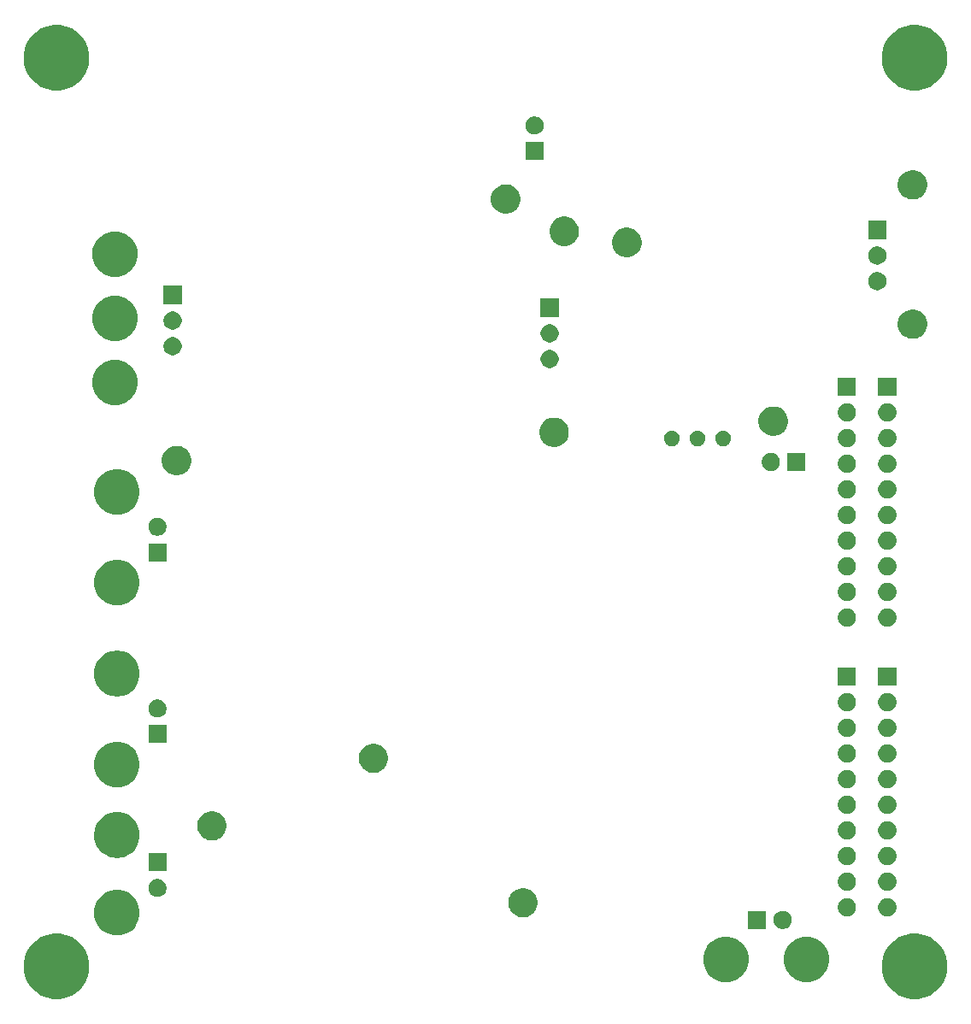
<source format=gbr>
G04 #@! TF.GenerationSoftware,KiCad,Pcbnew,(5.1.5)-3*
G04 #@! TF.CreationDate,2020-10-28T22:24:30+01:00*
G04 #@! TF.ProjectId,converters_1,636f6e76-6572-4746-9572-735f312e6b69,rev?*
G04 #@! TF.SameCoordinates,Original*
G04 #@! TF.FileFunction,Soldermask,Bot*
G04 #@! TF.FilePolarity,Negative*
%FSLAX46Y46*%
G04 Gerber Fmt 4.6, Leading zero omitted, Abs format (unit mm)*
G04 Created by KiCad (PCBNEW (5.1.5)-3) date 2020-10-28 22:24:30*
%MOMM*%
%LPD*%
G04 APERTURE LIST*
%ADD10C,0.100000*%
G04 APERTURE END LIST*
D10*
G36*
X130634239Y-111811467D02*
G01*
X130948282Y-111873934D01*
X131539926Y-112119001D01*
X131829523Y-112312504D01*
X132072391Y-112474783D01*
X132525217Y-112927609D01*
X132540388Y-112950314D01*
X132880999Y-113460074D01*
X133126066Y-114051718D01*
X133126066Y-114051719D01*
X133251000Y-114679803D01*
X133251000Y-115320197D01*
X133213997Y-115506221D01*
X133126066Y-115948282D01*
X132880999Y-116539926D01*
X132525216Y-117072392D01*
X132072392Y-117525216D01*
X131539926Y-117880999D01*
X130948282Y-118126066D01*
X130634239Y-118188533D01*
X130320197Y-118251000D01*
X129679803Y-118251000D01*
X129365761Y-118188533D01*
X129051718Y-118126066D01*
X128460074Y-117880999D01*
X127927608Y-117525216D01*
X127474784Y-117072392D01*
X127119001Y-116539926D01*
X126873934Y-115948282D01*
X126786003Y-115506221D01*
X126749000Y-115320197D01*
X126749000Y-114679803D01*
X126873934Y-114051719D01*
X126873934Y-114051718D01*
X127119001Y-113460074D01*
X127459612Y-112950314D01*
X127474783Y-112927609D01*
X127927609Y-112474783D01*
X128170477Y-112312504D01*
X128460074Y-112119001D01*
X129051718Y-111873934D01*
X129365761Y-111811467D01*
X129679803Y-111749000D01*
X130320197Y-111749000D01*
X130634239Y-111811467D01*
G37*
G36*
X45634239Y-111811467D02*
G01*
X45948282Y-111873934D01*
X46539926Y-112119001D01*
X46829523Y-112312504D01*
X47072391Y-112474783D01*
X47525217Y-112927609D01*
X47540388Y-112950314D01*
X47880999Y-113460074D01*
X48126066Y-114051718D01*
X48126066Y-114051719D01*
X48251000Y-114679803D01*
X48251000Y-115320197D01*
X48213997Y-115506221D01*
X48126066Y-115948282D01*
X47880999Y-116539926D01*
X47525216Y-117072392D01*
X47072392Y-117525216D01*
X46539926Y-117880999D01*
X45948282Y-118126066D01*
X45634239Y-118188533D01*
X45320197Y-118251000D01*
X44679803Y-118251000D01*
X44365761Y-118188533D01*
X44051718Y-118126066D01*
X43460074Y-117880999D01*
X42927608Y-117525216D01*
X42474784Y-117072392D01*
X42119001Y-116539926D01*
X41873934Y-115948282D01*
X41786003Y-115506221D01*
X41749000Y-115320197D01*
X41749000Y-114679803D01*
X41873934Y-114051719D01*
X41873934Y-114051718D01*
X42119001Y-113460074D01*
X42459612Y-112950314D01*
X42474783Y-112927609D01*
X42927609Y-112474783D01*
X43170477Y-112312504D01*
X43460074Y-112119001D01*
X44051718Y-111873934D01*
X44365761Y-111811467D01*
X44679803Y-111749000D01*
X45320197Y-111749000D01*
X45634239Y-111811467D01*
G37*
G36*
X119575880Y-112059776D02*
G01*
X119956593Y-112135504D01*
X120366249Y-112305189D01*
X120734929Y-112551534D01*
X121048466Y-112865071D01*
X121294811Y-113233751D01*
X121464496Y-113643407D01*
X121551000Y-114078296D01*
X121551000Y-114521704D01*
X121464496Y-114956593D01*
X121294811Y-115366249D01*
X121048466Y-115734929D01*
X120734929Y-116048466D01*
X120366249Y-116294811D01*
X119956593Y-116464496D01*
X119577387Y-116539924D01*
X119521705Y-116551000D01*
X119078295Y-116551000D01*
X119022613Y-116539924D01*
X118643407Y-116464496D01*
X118233751Y-116294811D01*
X117865071Y-116048466D01*
X117551534Y-115734929D01*
X117305189Y-115366249D01*
X117135504Y-114956593D01*
X117049000Y-114521704D01*
X117049000Y-114078296D01*
X117135504Y-113643407D01*
X117305189Y-113233751D01*
X117551534Y-112865071D01*
X117865071Y-112551534D01*
X118233751Y-112305189D01*
X118643407Y-112135504D01*
X119024120Y-112059776D01*
X119078295Y-112049000D01*
X119521705Y-112049000D01*
X119575880Y-112059776D01*
G37*
G36*
X111575880Y-112059776D02*
G01*
X111956593Y-112135504D01*
X112366249Y-112305189D01*
X112734929Y-112551534D01*
X113048466Y-112865071D01*
X113294811Y-113233751D01*
X113464496Y-113643407D01*
X113551000Y-114078296D01*
X113551000Y-114521704D01*
X113464496Y-114956593D01*
X113294811Y-115366249D01*
X113048466Y-115734929D01*
X112734929Y-116048466D01*
X112366249Y-116294811D01*
X111956593Y-116464496D01*
X111577387Y-116539924D01*
X111521705Y-116551000D01*
X111078295Y-116551000D01*
X111022613Y-116539924D01*
X110643407Y-116464496D01*
X110233751Y-116294811D01*
X109865071Y-116048466D01*
X109551534Y-115734929D01*
X109305189Y-115366249D01*
X109135504Y-114956593D01*
X109049000Y-114521704D01*
X109049000Y-114078296D01*
X109135504Y-113643407D01*
X109305189Y-113233751D01*
X109551534Y-112865071D01*
X109865071Y-112551534D01*
X110233751Y-112305189D01*
X110643407Y-112135504D01*
X111024120Y-112059776D01*
X111078295Y-112049000D01*
X111521705Y-112049000D01*
X111575880Y-112059776D01*
G37*
G36*
X51275880Y-107459776D02*
G01*
X51656593Y-107535504D01*
X52066249Y-107705189D01*
X52434929Y-107951534D01*
X52748466Y-108265071D01*
X52994811Y-108633751D01*
X53164496Y-109043407D01*
X53251000Y-109478296D01*
X53251000Y-109921704D01*
X53164496Y-110356593D01*
X52994811Y-110766249D01*
X52748466Y-111134929D01*
X52434929Y-111448466D01*
X52066249Y-111694811D01*
X51656593Y-111864496D01*
X51275880Y-111940224D01*
X51221705Y-111951000D01*
X50778295Y-111951000D01*
X50724120Y-111940224D01*
X50343407Y-111864496D01*
X49933751Y-111694811D01*
X49565071Y-111448466D01*
X49251534Y-111134929D01*
X49005189Y-110766249D01*
X48835504Y-110356593D01*
X48749000Y-109921704D01*
X48749000Y-109478296D01*
X48835504Y-109043407D01*
X49005189Y-108633751D01*
X49251534Y-108265071D01*
X49565071Y-107951534D01*
X49933751Y-107705189D01*
X50343407Y-107535504D01*
X50724120Y-107459776D01*
X50778295Y-107449000D01*
X51221705Y-107449000D01*
X51275880Y-107459776D01*
G37*
G36*
X117053512Y-109503927D02*
G01*
X117202812Y-109533624D01*
X117366784Y-109601544D01*
X117514354Y-109700147D01*
X117639853Y-109825646D01*
X117738456Y-109973216D01*
X117806376Y-110137188D01*
X117841000Y-110311259D01*
X117841000Y-110488741D01*
X117806376Y-110662812D01*
X117738456Y-110826784D01*
X117639853Y-110974354D01*
X117514354Y-111099853D01*
X117366784Y-111198456D01*
X117202812Y-111266376D01*
X117053512Y-111296073D01*
X117028742Y-111301000D01*
X116851258Y-111301000D01*
X116826488Y-111296073D01*
X116677188Y-111266376D01*
X116513216Y-111198456D01*
X116365646Y-111099853D01*
X116240147Y-110974354D01*
X116141544Y-110826784D01*
X116073624Y-110662812D01*
X116039000Y-110488741D01*
X116039000Y-110311259D01*
X116073624Y-110137188D01*
X116141544Y-109973216D01*
X116240147Y-109825646D01*
X116365646Y-109700147D01*
X116513216Y-109601544D01*
X116677188Y-109533624D01*
X116826488Y-109503927D01*
X116851258Y-109499000D01*
X117028742Y-109499000D01*
X117053512Y-109503927D01*
G37*
G36*
X115301000Y-111301000D02*
G01*
X113499000Y-111301000D01*
X113499000Y-109499000D01*
X115301000Y-109499000D01*
X115301000Y-111301000D01*
G37*
G36*
X91623241Y-107304760D02*
G01*
X91887305Y-107414139D01*
X92124958Y-107572934D01*
X92327066Y-107775042D01*
X92485861Y-108012695D01*
X92595240Y-108276759D01*
X92651000Y-108557088D01*
X92651000Y-108842912D01*
X92595240Y-109123241D01*
X92485861Y-109387305D01*
X92327066Y-109624958D01*
X92124958Y-109827066D01*
X91887305Y-109985861D01*
X91623241Y-110095240D01*
X91342912Y-110151000D01*
X91057088Y-110151000D01*
X90776759Y-110095240D01*
X90512695Y-109985861D01*
X90275042Y-109827066D01*
X90072934Y-109624958D01*
X89914139Y-109387305D01*
X89804760Y-109123241D01*
X89749000Y-108842912D01*
X89749000Y-108557088D01*
X89804760Y-108276759D01*
X89914139Y-108012695D01*
X90072934Y-107775042D01*
X90275042Y-107572934D01*
X90512695Y-107414139D01*
X90776759Y-107304760D01*
X91057088Y-107249000D01*
X91342912Y-107249000D01*
X91623241Y-107304760D01*
G37*
G36*
X123413512Y-108263927D02*
G01*
X123562812Y-108293624D01*
X123726784Y-108361544D01*
X123874354Y-108460147D01*
X123999853Y-108585646D01*
X124098456Y-108733216D01*
X124166376Y-108897188D01*
X124201000Y-109071259D01*
X124201000Y-109248741D01*
X124166376Y-109422812D01*
X124098456Y-109586784D01*
X123999853Y-109734354D01*
X123874354Y-109859853D01*
X123726784Y-109958456D01*
X123562812Y-110026376D01*
X123417091Y-110055361D01*
X123388742Y-110061000D01*
X123211258Y-110061000D01*
X123182909Y-110055361D01*
X123037188Y-110026376D01*
X122873216Y-109958456D01*
X122725646Y-109859853D01*
X122600147Y-109734354D01*
X122501544Y-109586784D01*
X122433624Y-109422812D01*
X122399000Y-109248741D01*
X122399000Y-109071259D01*
X122433624Y-108897188D01*
X122501544Y-108733216D01*
X122600147Y-108585646D01*
X122725646Y-108460147D01*
X122873216Y-108361544D01*
X123037188Y-108293624D01*
X123186488Y-108263927D01*
X123211258Y-108259000D01*
X123388742Y-108259000D01*
X123413512Y-108263927D01*
G37*
G36*
X127413512Y-108263927D02*
G01*
X127562812Y-108293624D01*
X127726784Y-108361544D01*
X127874354Y-108460147D01*
X127999853Y-108585646D01*
X128098456Y-108733216D01*
X128166376Y-108897188D01*
X128201000Y-109071259D01*
X128201000Y-109248741D01*
X128166376Y-109422812D01*
X128098456Y-109586784D01*
X127999853Y-109734354D01*
X127874354Y-109859853D01*
X127726784Y-109958456D01*
X127562812Y-110026376D01*
X127417091Y-110055361D01*
X127388742Y-110061000D01*
X127211258Y-110061000D01*
X127182909Y-110055361D01*
X127037188Y-110026376D01*
X126873216Y-109958456D01*
X126725646Y-109859853D01*
X126600147Y-109734354D01*
X126501544Y-109586784D01*
X126433624Y-109422812D01*
X126399000Y-109248741D01*
X126399000Y-109071259D01*
X126433624Y-108897188D01*
X126501544Y-108733216D01*
X126600147Y-108585646D01*
X126725646Y-108460147D01*
X126873216Y-108361544D01*
X127037188Y-108293624D01*
X127186488Y-108263927D01*
X127211258Y-108259000D01*
X127388742Y-108259000D01*
X127413512Y-108263927D01*
G37*
G36*
X55113512Y-106343927D02*
G01*
X55262812Y-106373624D01*
X55426784Y-106441544D01*
X55574354Y-106540147D01*
X55699853Y-106665646D01*
X55798456Y-106813216D01*
X55866376Y-106977188D01*
X55901000Y-107151259D01*
X55901000Y-107328741D01*
X55866376Y-107502812D01*
X55798456Y-107666784D01*
X55699853Y-107814354D01*
X55574354Y-107939853D01*
X55426784Y-108038456D01*
X55262812Y-108106376D01*
X55113512Y-108136073D01*
X55088742Y-108141000D01*
X54911258Y-108141000D01*
X54886488Y-108136073D01*
X54737188Y-108106376D01*
X54573216Y-108038456D01*
X54425646Y-107939853D01*
X54300147Y-107814354D01*
X54201544Y-107666784D01*
X54133624Y-107502812D01*
X54099000Y-107328741D01*
X54099000Y-107151259D01*
X54133624Y-106977188D01*
X54201544Y-106813216D01*
X54300147Y-106665646D01*
X54425646Y-106540147D01*
X54573216Y-106441544D01*
X54737188Y-106373624D01*
X54886488Y-106343927D01*
X54911258Y-106339000D01*
X55088742Y-106339000D01*
X55113512Y-106343927D01*
G37*
G36*
X123413512Y-105723927D02*
G01*
X123562812Y-105753624D01*
X123726784Y-105821544D01*
X123874354Y-105920147D01*
X123999853Y-106045646D01*
X124098456Y-106193216D01*
X124166376Y-106357188D01*
X124201000Y-106531259D01*
X124201000Y-106708741D01*
X124166376Y-106882812D01*
X124098456Y-107046784D01*
X123999853Y-107194354D01*
X123874354Y-107319853D01*
X123726784Y-107418456D01*
X123562812Y-107486376D01*
X123413512Y-107516073D01*
X123388742Y-107521000D01*
X123211258Y-107521000D01*
X123186488Y-107516073D01*
X123037188Y-107486376D01*
X122873216Y-107418456D01*
X122725646Y-107319853D01*
X122600147Y-107194354D01*
X122501544Y-107046784D01*
X122433624Y-106882812D01*
X122399000Y-106708741D01*
X122399000Y-106531259D01*
X122433624Y-106357188D01*
X122501544Y-106193216D01*
X122600147Y-106045646D01*
X122725646Y-105920147D01*
X122873216Y-105821544D01*
X123037188Y-105753624D01*
X123186488Y-105723927D01*
X123211258Y-105719000D01*
X123388742Y-105719000D01*
X123413512Y-105723927D01*
G37*
G36*
X127413512Y-105723927D02*
G01*
X127562812Y-105753624D01*
X127726784Y-105821544D01*
X127874354Y-105920147D01*
X127999853Y-106045646D01*
X128098456Y-106193216D01*
X128166376Y-106357188D01*
X128201000Y-106531259D01*
X128201000Y-106708741D01*
X128166376Y-106882812D01*
X128098456Y-107046784D01*
X127999853Y-107194354D01*
X127874354Y-107319853D01*
X127726784Y-107418456D01*
X127562812Y-107486376D01*
X127413512Y-107516073D01*
X127388742Y-107521000D01*
X127211258Y-107521000D01*
X127186488Y-107516073D01*
X127037188Y-107486376D01*
X126873216Y-107418456D01*
X126725646Y-107319853D01*
X126600147Y-107194354D01*
X126501544Y-107046784D01*
X126433624Y-106882812D01*
X126399000Y-106708741D01*
X126399000Y-106531259D01*
X126433624Y-106357188D01*
X126501544Y-106193216D01*
X126600147Y-106045646D01*
X126725646Y-105920147D01*
X126873216Y-105821544D01*
X127037188Y-105753624D01*
X127186488Y-105723927D01*
X127211258Y-105719000D01*
X127388742Y-105719000D01*
X127413512Y-105723927D01*
G37*
G36*
X55901000Y-105601000D02*
G01*
X54099000Y-105601000D01*
X54099000Y-103799000D01*
X55901000Y-103799000D01*
X55901000Y-105601000D01*
G37*
G36*
X123413512Y-103183927D02*
G01*
X123562812Y-103213624D01*
X123726784Y-103281544D01*
X123874354Y-103380147D01*
X123999853Y-103505646D01*
X124098456Y-103653216D01*
X124166376Y-103817188D01*
X124201000Y-103991259D01*
X124201000Y-104168741D01*
X124166376Y-104342812D01*
X124098456Y-104506784D01*
X123999853Y-104654354D01*
X123874354Y-104779853D01*
X123726784Y-104878456D01*
X123562812Y-104946376D01*
X123413512Y-104976073D01*
X123388742Y-104981000D01*
X123211258Y-104981000D01*
X123186488Y-104976073D01*
X123037188Y-104946376D01*
X122873216Y-104878456D01*
X122725646Y-104779853D01*
X122600147Y-104654354D01*
X122501544Y-104506784D01*
X122433624Y-104342812D01*
X122399000Y-104168741D01*
X122399000Y-103991259D01*
X122433624Y-103817188D01*
X122501544Y-103653216D01*
X122600147Y-103505646D01*
X122725646Y-103380147D01*
X122873216Y-103281544D01*
X123037188Y-103213624D01*
X123186488Y-103183927D01*
X123211258Y-103179000D01*
X123388742Y-103179000D01*
X123413512Y-103183927D01*
G37*
G36*
X127413512Y-103183927D02*
G01*
X127562812Y-103213624D01*
X127726784Y-103281544D01*
X127874354Y-103380147D01*
X127999853Y-103505646D01*
X128098456Y-103653216D01*
X128166376Y-103817188D01*
X128201000Y-103991259D01*
X128201000Y-104168741D01*
X128166376Y-104342812D01*
X128098456Y-104506784D01*
X127999853Y-104654354D01*
X127874354Y-104779853D01*
X127726784Y-104878456D01*
X127562812Y-104946376D01*
X127413512Y-104976073D01*
X127388742Y-104981000D01*
X127211258Y-104981000D01*
X127186488Y-104976073D01*
X127037188Y-104946376D01*
X126873216Y-104878456D01*
X126725646Y-104779853D01*
X126600147Y-104654354D01*
X126501544Y-104506784D01*
X126433624Y-104342812D01*
X126399000Y-104168741D01*
X126399000Y-103991259D01*
X126433624Y-103817188D01*
X126501544Y-103653216D01*
X126600147Y-103505646D01*
X126725646Y-103380147D01*
X126873216Y-103281544D01*
X127037188Y-103213624D01*
X127186488Y-103183927D01*
X127211258Y-103179000D01*
X127388742Y-103179000D01*
X127413512Y-103183927D01*
G37*
G36*
X51275880Y-99759776D02*
G01*
X51656593Y-99835504D01*
X52066249Y-100005189D01*
X52434929Y-100251534D01*
X52748466Y-100565071D01*
X52994811Y-100933751D01*
X53164496Y-101343407D01*
X53215336Y-101599000D01*
X53251000Y-101778295D01*
X53251000Y-102221705D01*
X53247390Y-102239852D01*
X53164496Y-102656593D01*
X52994811Y-103066249D01*
X52748466Y-103434929D01*
X52434929Y-103748466D01*
X52066249Y-103994811D01*
X51656593Y-104164496D01*
X51275880Y-104240224D01*
X51221705Y-104251000D01*
X50778295Y-104251000D01*
X50724120Y-104240224D01*
X50343407Y-104164496D01*
X49933751Y-103994811D01*
X49565071Y-103748466D01*
X49251534Y-103434929D01*
X49005189Y-103066249D01*
X48835504Y-102656593D01*
X48752610Y-102239852D01*
X48749000Y-102221705D01*
X48749000Y-101778295D01*
X48784664Y-101599000D01*
X48835504Y-101343407D01*
X49005189Y-100933751D01*
X49251534Y-100565071D01*
X49565071Y-100251534D01*
X49933751Y-100005189D01*
X50343407Y-99835504D01*
X50724120Y-99759776D01*
X50778295Y-99749000D01*
X51221705Y-99749000D01*
X51275880Y-99759776D01*
G37*
G36*
X60823241Y-99704760D02*
G01*
X61087305Y-99814139D01*
X61324958Y-99972934D01*
X61527066Y-100175042D01*
X61685861Y-100412695D01*
X61795240Y-100676759D01*
X61851000Y-100957088D01*
X61851000Y-101242912D01*
X61795240Y-101523241D01*
X61685861Y-101787305D01*
X61527066Y-102024958D01*
X61324958Y-102227066D01*
X61087305Y-102385861D01*
X60823241Y-102495240D01*
X60542912Y-102551000D01*
X60257088Y-102551000D01*
X59976759Y-102495240D01*
X59712695Y-102385861D01*
X59475042Y-102227066D01*
X59272934Y-102024958D01*
X59114139Y-101787305D01*
X59004760Y-101523241D01*
X58949000Y-101242912D01*
X58949000Y-100957088D01*
X59004760Y-100676759D01*
X59114139Y-100412695D01*
X59272934Y-100175042D01*
X59475042Y-99972934D01*
X59712695Y-99814139D01*
X59976759Y-99704760D01*
X60257088Y-99649000D01*
X60542912Y-99649000D01*
X60823241Y-99704760D01*
G37*
G36*
X123410505Y-100643329D02*
G01*
X123562812Y-100673624D01*
X123726784Y-100741544D01*
X123874354Y-100840147D01*
X123999853Y-100965646D01*
X124098456Y-101113216D01*
X124166376Y-101277188D01*
X124201000Y-101451259D01*
X124201000Y-101628741D01*
X124166376Y-101802812D01*
X124098456Y-101966784D01*
X123999853Y-102114354D01*
X123874354Y-102239853D01*
X123726784Y-102338456D01*
X123562812Y-102406376D01*
X123413512Y-102436073D01*
X123388742Y-102441000D01*
X123211258Y-102441000D01*
X123186488Y-102436073D01*
X123037188Y-102406376D01*
X122873216Y-102338456D01*
X122725646Y-102239853D01*
X122600147Y-102114354D01*
X122501544Y-101966784D01*
X122433624Y-101802812D01*
X122399000Y-101628741D01*
X122399000Y-101451259D01*
X122433624Y-101277188D01*
X122501544Y-101113216D01*
X122600147Y-100965646D01*
X122725646Y-100840147D01*
X122873216Y-100741544D01*
X123037188Y-100673624D01*
X123189495Y-100643329D01*
X123211258Y-100639000D01*
X123388742Y-100639000D01*
X123410505Y-100643329D01*
G37*
G36*
X127410505Y-100643329D02*
G01*
X127562812Y-100673624D01*
X127726784Y-100741544D01*
X127874354Y-100840147D01*
X127999853Y-100965646D01*
X128098456Y-101113216D01*
X128166376Y-101277188D01*
X128201000Y-101451259D01*
X128201000Y-101628741D01*
X128166376Y-101802812D01*
X128098456Y-101966784D01*
X127999853Y-102114354D01*
X127874354Y-102239853D01*
X127726784Y-102338456D01*
X127562812Y-102406376D01*
X127413512Y-102436073D01*
X127388742Y-102441000D01*
X127211258Y-102441000D01*
X127186488Y-102436073D01*
X127037188Y-102406376D01*
X126873216Y-102338456D01*
X126725646Y-102239853D01*
X126600147Y-102114354D01*
X126501544Y-101966784D01*
X126433624Y-101802812D01*
X126399000Y-101628741D01*
X126399000Y-101451259D01*
X126433624Y-101277188D01*
X126501544Y-101113216D01*
X126600147Y-100965646D01*
X126725646Y-100840147D01*
X126873216Y-100741544D01*
X127037188Y-100673624D01*
X127189495Y-100643329D01*
X127211258Y-100639000D01*
X127388742Y-100639000D01*
X127410505Y-100643329D01*
G37*
G36*
X127413512Y-98103927D02*
G01*
X127562812Y-98133624D01*
X127726784Y-98201544D01*
X127874354Y-98300147D01*
X127999853Y-98425646D01*
X128098456Y-98573216D01*
X128166376Y-98737188D01*
X128201000Y-98911259D01*
X128201000Y-99088741D01*
X128166376Y-99262812D01*
X128098456Y-99426784D01*
X127999853Y-99574354D01*
X127874354Y-99699853D01*
X127726784Y-99798456D01*
X127562812Y-99866376D01*
X127413512Y-99896073D01*
X127388742Y-99901000D01*
X127211258Y-99901000D01*
X127186488Y-99896073D01*
X127037188Y-99866376D01*
X126873216Y-99798456D01*
X126725646Y-99699853D01*
X126600147Y-99574354D01*
X126501544Y-99426784D01*
X126433624Y-99262812D01*
X126399000Y-99088741D01*
X126399000Y-98911259D01*
X126433624Y-98737188D01*
X126501544Y-98573216D01*
X126600147Y-98425646D01*
X126725646Y-98300147D01*
X126873216Y-98201544D01*
X127037188Y-98133624D01*
X127186488Y-98103927D01*
X127211258Y-98099000D01*
X127388742Y-98099000D01*
X127413512Y-98103927D01*
G37*
G36*
X123413512Y-98103927D02*
G01*
X123562812Y-98133624D01*
X123726784Y-98201544D01*
X123874354Y-98300147D01*
X123999853Y-98425646D01*
X124098456Y-98573216D01*
X124166376Y-98737188D01*
X124201000Y-98911259D01*
X124201000Y-99088741D01*
X124166376Y-99262812D01*
X124098456Y-99426784D01*
X123999853Y-99574354D01*
X123874354Y-99699853D01*
X123726784Y-99798456D01*
X123562812Y-99866376D01*
X123413512Y-99896073D01*
X123388742Y-99901000D01*
X123211258Y-99901000D01*
X123186488Y-99896073D01*
X123037188Y-99866376D01*
X122873216Y-99798456D01*
X122725646Y-99699853D01*
X122600147Y-99574354D01*
X122501544Y-99426784D01*
X122433624Y-99262812D01*
X122399000Y-99088741D01*
X122399000Y-98911259D01*
X122433624Y-98737188D01*
X122501544Y-98573216D01*
X122600147Y-98425646D01*
X122725646Y-98300147D01*
X122873216Y-98201544D01*
X123037188Y-98133624D01*
X123186488Y-98103927D01*
X123211258Y-98099000D01*
X123388742Y-98099000D01*
X123413512Y-98103927D01*
G37*
G36*
X123413512Y-95563927D02*
G01*
X123562812Y-95593624D01*
X123726784Y-95661544D01*
X123874354Y-95760147D01*
X123999853Y-95885646D01*
X124098456Y-96033216D01*
X124166376Y-96197188D01*
X124201000Y-96371259D01*
X124201000Y-96548741D01*
X124166376Y-96722812D01*
X124098456Y-96886784D01*
X123999853Y-97034354D01*
X123874354Y-97159853D01*
X123726784Y-97258456D01*
X123562812Y-97326376D01*
X123413512Y-97356073D01*
X123388742Y-97361000D01*
X123211258Y-97361000D01*
X123186488Y-97356073D01*
X123037188Y-97326376D01*
X122873216Y-97258456D01*
X122725646Y-97159853D01*
X122600147Y-97034354D01*
X122501544Y-96886784D01*
X122433624Y-96722812D01*
X122399000Y-96548741D01*
X122399000Y-96371259D01*
X122433624Y-96197188D01*
X122501544Y-96033216D01*
X122600147Y-95885646D01*
X122725646Y-95760147D01*
X122873216Y-95661544D01*
X123037188Y-95593624D01*
X123186488Y-95563927D01*
X123211258Y-95559000D01*
X123388742Y-95559000D01*
X123413512Y-95563927D01*
G37*
G36*
X127413512Y-95563927D02*
G01*
X127562812Y-95593624D01*
X127726784Y-95661544D01*
X127874354Y-95760147D01*
X127999853Y-95885646D01*
X128098456Y-96033216D01*
X128166376Y-96197188D01*
X128201000Y-96371259D01*
X128201000Y-96548741D01*
X128166376Y-96722812D01*
X128098456Y-96886784D01*
X127999853Y-97034354D01*
X127874354Y-97159853D01*
X127726784Y-97258456D01*
X127562812Y-97326376D01*
X127413512Y-97356073D01*
X127388742Y-97361000D01*
X127211258Y-97361000D01*
X127186488Y-97356073D01*
X127037188Y-97326376D01*
X126873216Y-97258456D01*
X126725646Y-97159853D01*
X126600147Y-97034354D01*
X126501544Y-96886784D01*
X126433624Y-96722812D01*
X126399000Y-96548741D01*
X126399000Y-96371259D01*
X126433624Y-96197188D01*
X126501544Y-96033216D01*
X126600147Y-95885646D01*
X126725646Y-95760147D01*
X126873216Y-95661544D01*
X127037188Y-95593624D01*
X127186488Y-95563927D01*
X127211258Y-95559000D01*
X127388742Y-95559000D01*
X127413512Y-95563927D01*
G37*
G36*
X51275880Y-92759776D02*
G01*
X51656593Y-92835504D01*
X52066249Y-93005189D01*
X52434929Y-93251534D01*
X52748466Y-93565071D01*
X52994811Y-93933751D01*
X53164496Y-94343407D01*
X53251000Y-94778296D01*
X53251000Y-95221704D01*
X53164496Y-95656593D01*
X52994811Y-96066249D01*
X52748466Y-96434929D01*
X52434929Y-96748466D01*
X52066249Y-96994811D01*
X51656593Y-97164496D01*
X51275880Y-97240224D01*
X51221705Y-97251000D01*
X50778295Y-97251000D01*
X50724120Y-97240224D01*
X50343407Y-97164496D01*
X49933751Y-96994811D01*
X49565071Y-96748466D01*
X49251534Y-96434929D01*
X49005189Y-96066249D01*
X48835504Y-95656593D01*
X48749000Y-95221704D01*
X48749000Y-94778296D01*
X48835504Y-94343407D01*
X49005189Y-93933751D01*
X49251534Y-93565071D01*
X49565071Y-93251534D01*
X49933751Y-93005189D01*
X50343407Y-92835504D01*
X50724120Y-92759776D01*
X50778295Y-92749000D01*
X51221705Y-92749000D01*
X51275880Y-92759776D01*
G37*
G36*
X76823241Y-93004760D02*
G01*
X77087305Y-93114139D01*
X77324958Y-93272934D01*
X77527066Y-93475042D01*
X77685861Y-93712695D01*
X77795240Y-93976759D01*
X77851000Y-94257088D01*
X77851000Y-94542912D01*
X77795240Y-94823241D01*
X77685861Y-95087305D01*
X77527066Y-95324958D01*
X77324958Y-95527066D01*
X77087305Y-95685861D01*
X76823241Y-95795240D01*
X76542912Y-95851000D01*
X76257088Y-95851000D01*
X75976759Y-95795240D01*
X75712695Y-95685861D01*
X75475042Y-95527066D01*
X75272934Y-95324958D01*
X75114139Y-95087305D01*
X75004760Y-94823241D01*
X74949000Y-94542912D01*
X74949000Y-94257088D01*
X75004760Y-93976759D01*
X75114139Y-93712695D01*
X75272934Y-93475042D01*
X75475042Y-93272934D01*
X75712695Y-93114139D01*
X75976759Y-93004760D01*
X76257088Y-92949000D01*
X76542912Y-92949000D01*
X76823241Y-93004760D01*
G37*
G36*
X123413512Y-93023927D02*
G01*
X123562812Y-93053624D01*
X123726784Y-93121544D01*
X123874354Y-93220147D01*
X123999853Y-93345646D01*
X124098456Y-93493216D01*
X124166376Y-93657188D01*
X124201000Y-93831259D01*
X124201000Y-94008741D01*
X124166376Y-94182812D01*
X124098456Y-94346784D01*
X123999853Y-94494354D01*
X123874354Y-94619853D01*
X123726784Y-94718456D01*
X123562812Y-94786376D01*
X123413512Y-94816073D01*
X123388742Y-94821000D01*
X123211258Y-94821000D01*
X123186488Y-94816073D01*
X123037188Y-94786376D01*
X122873216Y-94718456D01*
X122725646Y-94619853D01*
X122600147Y-94494354D01*
X122501544Y-94346784D01*
X122433624Y-94182812D01*
X122399000Y-94008741D01*
X122399000Y-93831259D01*
X122433624Y-93657188D01*
X122501544Y-93493216D01*
X122600147Y-93345646D01*
X122725646Y-93220147D01*
X122873216Y-93121544D01*
X123037188Y-93053624D01*
X123186488Y-93023927D01*
X123211258Y-93019000D01*
X123388742Y-93019000D01*
X123413512Y-93023927D01*
G37*
G36*
X127413512Y-93023927D02*
G01*
X127562812Y-93053624D01*
X127726784Y-93121544D01*
X127874354Y-93220147D01*
X127999853Y-93345646D01*
X128098456Y-93493216D01*
X128166376Y-93657188D01*
X128201000Y-93831259D01*
X128201000Y-94008741D01*
X128166376Y-94182812D01*
X128098456Y-94346784D01*
X127999853Y-94494354D01*
X127874354Y-94619853D01*
X127726784Y-94718456D01*
X127562812Y-94786376D01*
X127413512Y-94816073D01*
X127388742Y-94821000D01*
X127211258Y-94821000D01*
X127186488Y-94816073D01*
X127037188Y-94786376D01*
X126873216Y-94718456D01*
X126725646Y-94619853D01*
X126600147Y-94494354D01*
X126501544Y-94346784D01*
X126433624Y-94182812D01*
X126399000Y-94008741D01*
X126399000Y-93831259D01*
X126433624Y-93657188D01*
X126501544Y-93493216D01*
X126600147Y-93345646D01*
X126725646Y-93220147D01*
X126873216Y-93121544D01*
X127037188Y-93053624D01*
X127186488Y-93023927D01*
X127211258Y-93019000D01*
X127388742Y-93019000D01*
X127413512Y-93023927D01*
G37*
G36*
X55901000Y-92901000D02*
G01*
X54099000Y-92901000D01*
X54099000Y-91099000D01*
X55901000Y-91099000D01*
X55901000Y-92901000D01*
G37*
G36*
X123413512Y-90483927D02*
G01*
X123562812Y-90513624D01*
X123726784Y-90581544D01*
X123874354Y-90680147D01*
X123999853Y-90805646D01*
X124098456Y-90953216D01*
X124166376Y-91117188D01*
X124201000Y-91291259D01*
X124201000Y-91468741D01*
X124166376Y-91642812D01*
X124098456Y-91806784D01*
X123999853Y-91954354D01*
X123874354Y-92079853D01*
X123726784Y-92178456D01*
X123562812Y-92246376D01*
X123413512Y-92276073D01*
X123388742Y-92281000D01*
X123211258Y-92281000D01*
X123186488Y-92276073D01*
X123037188Y-92246376D01*
X122873216Y-92178456D01*
X122725646Y-92079853D01*
X122600147Y-91954354D01*
X122501544Y-91806784D01*
X122433624Y-91642812D01*
X122399000Y-91468741D01*
X122399000Y-91291259D01*
X122433624Y-91117188D01*
X122501544Y-90953216D01*
X122600147Y-90805646D01*
X122725646Y-90680147D01*
X122873216Y-90581544D01*
X123037188Y-90513624D01*
X123186488Y-90483927D01*
X123211258Y-90479000D01*
X123388742Y-90479000D01*
X123413512Y-90483927D01*
G37*
G36*
X127413512Y-90483927D02*
G01*
X127562812Y-90513624D01*
X127726784Y-90581544D01*
X127874354Y-90680147D01*
X127999853Y-90805646D01*
X128098456Y-90953216D01*
X128166376Y-91117188D01*
X128201000Y-91291259D01*
X128201000Y-91468741D01*
X128166376Y-91642812D01*
X128098456Y-91806784D01*
X127999853Y-91954354D01*
X127874354Y-92079853D01*
X127726784Y-92178456D01*
X127562812Y-92246376D01*
X127413512Y-92276073D01*
X127388742Y-92281000D01*
X127211258Y-92281000D01*
X127186488Y-92276073D01*
X127037188Y-92246376D01*
X126873216Y-92178456D01*
X126725646Y-92079853D01*
X126600147Y-91954354D01*
X126501544Y-91806784D01*
X126433624Y-91642812D01*
X126399000Y-91468741D01*
X126399000Y-91291259D01*
X126433624Y-91117188D01*
X126501544Y-90953216D01*
X126600147Y-90805646D01*
X126725646Y-90680147D01*
X126873216Y-90581544D01*
X127037188Y-90513624D01*
X127186488Y-90483927D01*
X127211258Y-90479000D01*
X127388742Y-90479000D01*
X127413512Y-90483927D01*
G37*
G36*
X55113512Y-88563927D02*
G01*
X55262812Y-88593624D01*
X55426784Y-88661544D01*
X55574354Y-88760147D01*
X55699853Y-88885646D01*
X55798456Y-89033216D01*
X55866376Y-89197188D01*
X55901000Y-89371259D01*
X55901000Y-89548741D01*
X55866376Y-89722812D01*
X55798456Y-89886784D01*
X55699853Y-90034354D01*
X55574354Y-90159853D01*
X55426784Y-90258456D01*
X55262812Y-90326376D01*
X55113512Y-90356073D01*
X55088742Y-90361000D01*
X54911258Y-90361000D01*
X54886488Y-90356073D01*
X54737188Y-90326376D01*
X54573216Y-90258456D01*
X54425646Y-90159853D01*
X54300147Y-90034354D01*
X54201544Y-89886784D01*
X54133624Y-89722812D01*
X54099000Y-89548741D01*
X54099000Y-89371259D01*
X54133624Y-89197188D01*
X54201544Y-89033216D01*
X54300147Y-88885646D01*
X54425646Y-88760147D01*
X54573216Y-88661544D01*
X54737188Y-88593624D01*
X54886488Y-88563927D01*
X54911258Y-88559000D01*
X55088742Y-88559000D01*
X55113512Y-88563927D01*
G37*
G36*
X127413512Y-87943927D02*
G01*
X127562812Y-87973624D01*
X127726784Y-88041544D01*
X127874354Y-88140147D01*
X127999853Y-88265646D01*
X128098456Y-88413216D01*
X128166376Y-88577188D01*
X128201000Y-88751259D01*
X128201000Y-88928741D01*
X128166376Y-89102812D01*
X128098456Y-89266784D01*
X127999853Y-89414354D01*
X127874354Y-89539853D01*
X127726784Y-89638456D01*
X127562812Y-89706376D01*
X127413512Y-89736073D01*
X127388742Y-89741000D01*
X127211258Y-89741000D01*
X127186488Y-89736073D01*
X127037188Y-89706376D01*
X126873216Y-89638456D01*
X126725646Y-89539853D01*
X126600147Y-89414354D01*
X126501544Y-89266784D01*
X126433624Y-89102812D01*
X126399000Y-88928741D01*
X126399000Y-88751259D01*
X126433624Y-88577188D01*
X126501544Y-88413216D01*
X126600147Y-88265646D01*
X126725646Y-88140147D01*
X126873216Y-88041544D01*
X127037188Y-87973624D01*
X127186488Y-87943927D01*
X127211258Y-87939000D01*
X127388742Y-87939000D01*
X127413512Y-87943927D01*
G37*
G36*
X123413512Y-87943927D02*
G01*
X123562812Y-87973624D01*
X123726784Y-88041544D01*
X123874354Y-88140147D01*
X123999853Y-88265646D01*
X124098456Y-88413216D01*
X124166376Y-88577188D01*
X124201000Y-88751259D01*
X124201000Y-88928741D01*
X124166376Y-89102812D01*
X124098456Y-89266784D01*
X123999853Y-89414354D01*
X123874354Y-89539853D01*
X123726784Y-89638456D01*
X123562812Y-89706376D01*
X123413512Y-89736073D01*
X123388742Y-89741000D01*
X123211258Y-89741000D01*
X123186488Y-89736073D01*
X123037188Y-89706376D01*
X122873216Y-89638456D01*
X122725646Y-89539853D01*
X122600147Y-89414354D01*
X122501544Y-89266784D01*
X122433624Y-89102812D01*
X122399000Y-88928741D01*
X122399000Y-88751259D01*
X122433624Y-88577188D01*
X122501544Y-88413216D01*
X122600147Y-88265646D01*
X122725646Y-88140147D01*
X122873216Y-88041544D01*
X123037188Y-87973624D01*
X123186488Y-87943927D01*
X123211258Y-87939000D01*
X123388742Y-87939000D01*
X123413512Y-87943927D01*
G37*
G36*
X51275880Y-83759776D02*
G01*
X51656593Y-83835504D01*
X52066249Y-84005189D01*
X52434929Y-84251534D01*
X52748466Y-84565071D01*
X52994811Y-84933751D01*
X53164496Y-85343407D01*
X53251000Y-85778296D01*
X53251000Y-86221704D01*
X53164496Y-86656593D01*
X52994811Y-87066249D01*
X52748466Y-87434929D01*
X52434929Y-87748466D01*
X52066249Y-87994811D01*
X51656593Y-88164496D01*
X51275880Y-88240224D01*
X51221705Y-88251000D01*
X50778295Y-88251000D01*
X50724120Y-88240224D01*
X50343407Y-88164496D01*
X49933751Y-87994811D01*
X49565071Y-87748466D01*
X49251534Y-87434929D01*
X49005189Y-87066249D01*
X48835504Y-86656593D01*
X48749000Y-86221704D01*
X48749000Y-85778296D01*
X48835504Y-85343407D01*
X49005189Y-84933751D01*
X49251534Y-84565071D01*
X49565071Y-84251534D01*
X49933751Y-84005189D01*
X50343407Y-83835504D01*
X50724120Y-83759776D01*
X50778295Y-83749000D01*
X51221705Y-83749000D01*
X51275880Y-83759776D01*
G37*
G36*
X124201000Y-87201000D02*
G01*
X122399000Y-87201000D01*
X122399000Y-85399000D01*
X124201000Y-85399000D01*
X124201000Y-87201000D01*
G37*
G36*
X128201000Y-87201000D02*
G01*
X126399000Y-87201000D01*
X126399000Y-85399000D01*
X128201000Y-85399000D01*
X128201000Y-87201000D01*
G37*
G36*
X127413512Y-79563927D02*
G01*
X127562812Y-79593624D01*
X127726784Y-79661544D01*
X127874354Y-79760147D01*
X127999853Y-79885646D01*
X128098456Y-80033216D01*
X128166376Y-80197188D01*
X128201000Y-80371259D01*
X128201000Y-80548741D01*
X128166376Y-80722812D01*
X128098456Y-80886784D01*
X127999853Y-81034354D01*
X127874354Y-81159853D01*
X127726784Y-81258456D01*
X127562812Y-81326376D01*
X127413512Y-81356073D01*
X127388742Y-81361000D01*
X127211258Y-81361000D01*
X127186488Y-81356073D01*
X127037188Y-81326376D01*
X126873216Y-81258456D01*
X126725646Y-81159853D01*
X126600147Y-81034354D01*
X126501544Y-80886784D01*
X126433624Y-80722812D01*
X126399000Y-80548741D01*
X126399000Y-80371259D01*
X126433624Y-80197188D01*
X126501544Y-80033216D01*
X126600147Y-79885646D01*
X126725646Y-79760147D01*
X126873216Y-79661544D01*
X127037188Y-79593624D01*
X127186488Y-79563927D01*
X127211258Y-79559000D01*
X127388742Y-79559000D01*
X127413512Y-79563927D01*
G37*
G36*
X123413512Y-79563927D02*
G01*
X123562812Y-79593624D01*
X123726784Y-79661544D01*
X123874354Y-79760147D01*
X123999853Y-79885646D01*
X124098456Y-80033216D01*
X124166376Y-80197188D01*
X124201000Y-80371259D01*
X124201000Y-80548741D01*
X124166376Y-80722812D01*
X124098456Y-80886784D01*
X123999853Y-81034354D01*
X123874354Y-81159853D01*
X123726784Y-81258456D01*
X123562812Y-81326376D01*
X123413512Y-81356073D01*
X123388742Y-81361000D01*
X123211258Y-81361000D01*
X123186488Y-81356073D01*
X123037188Y-81326376D01*
X122873216Y-81258456D01*
X122725646Y-81159853D01*
X122600147Y-81034354D01*
X122501544Y-80886784D01*
X122433624Y-80722812D01*
X122399000Y-80548741D01*
X122399000Y-80371259D01*
X122433624Y-80197188D01*
X122501544Y-80033216D01*
X122600147Y-79885646D01*
X122725646Y-79760147D01*
X122873216Y-79661544D01*
X123037188Y-79593624D01*
X123186488Y-79563927D01*
X123211258Y-79559000D01*
X123388742Y-79559000D01*
X123413512Y-79563927D01*
G37*
G36*
X51275880Y-74759776D02*
G01*
X51656593Y-74835504D01*
X52066249Y-75005189D01*
X52434929Y-75251534D01*
X52748466Y-75565071D01*
X52994811Y-75933751D01*
X53164496Y-76343407D01*
X53251000Y-76778296D01*
X53251000Y-77221704D01*
X53164496Y-77656593D01*
X52994811Y-78066249D01*
X52748466Y-78434929D01*
X52434929Y-78748466D01*
X52066249Y-78994811D01*
X51656593Y-79164496D01*
X51275880Y-79240224D01*
X51221705Y-79251000D01*
X50778295Y-79251000D01*
X50724120Y-79240224D01*
X50343407Y-79164496D01*
X49933751Y-78994811D01*
X49565071Y-78748466D01*
X49251534Y-78434929D01*
X49005189Y-78066249D01*
X48835504Y-77656593D01*
X48749000Y-77221704D01*
X48749000Y-76778296D01*
X48835504Y-76343407D01*
X49005189Y-75933751D01*
X49251534Y-75565071D01*
X49565071Y-75251534D01*
X49933751Y-75005189D01*
X50343407Y-74835504D01*
X50724120Y-74759776D01*
X50778295Y-74749000D01*
X51221705Y-74749000D01*
X51275880Y-74759776D01*
G37*
G36*
X127413512Y-77023927D02*
G01*
X127562812Y-77053624D01*
X127726784Y-77121544D01*
X127874354Y-77220147D01*
X127999853Y-77345646D01*
X128098456Y-77493216D01*
X128166376Y-77657188D01*
X128201000Y-77831259D01*
X128201000Y-78008741D01*
X128166376Y-78182812D01*
X128098456Y-78346784D01*
X127999853Y-78494354D01*
X127874354Y-78619853D01*
X127726784Y-78718456D01*
X127562812Y-78786376D01*
X127413512Y-78816073D01*
X127388742Y-78821000D01*
X127211258Y-78821000D01*
X127186488Y-78816073D01*
X127037188Y-78786376D01*
X126873216Y-78718456D01*
X126725646Y-78619853D01*
X126600147Y-78494354D01*
X126501544Y-78346784D01*
X126433624Y-78182812D01*
X126399000Y-78008741D01*
X126399000Y-77831259D01*
X126433624Y-77657188D01*
X126501544Y-77493216D01*
X126600147Y-77345646D01*
X126725646Y-77220147D01*
X126873216Y-77121544D01*
X127037188Y-77053624D01*
X127186488Y-77023927D01*
X127211258Y-77019000D01*
X127388742Y-77019000D01*
X127413512Y-77023927D01*
G37*
G36*
X123413512Y-77023927D02*
G01*
X123562812Y-77053624D01*
X123726784Y-77121544D01*
X123874354Y-77220147D01*
X123999853Y-77345646D01*
X124098456Y-77493216D01*
X124166376Y-77657188D01*
X124201000Y-77831259D01*
X124201000Y-78008741D01*
X124166376Y-78182812D01*
X124098456Y-78346784D01*
X123999853Y-78494354D01*
X123874354Y-78619853D01*
X123726784Y-78718456D01*
X123562812Y-78786376D01*
X123413512Y-78816073D01*
X123388742Y-78821000D01*
X123211258Y-78821000D01*
X123186488Y-78816073D01*
X123037188Y-78786376D01*
X122873216Y-78718456D01*
X122725646Y-78619853D01*
X122600147Y-78494354D01*
X122501544Y-78346784D01*
X122433624Y-78182812D01*
X122399000Y-78008741D01*
X122399000Y-77831259D01*
X122433624Y-77657188D01*
X122501544Y-77493216D01*
X122600147Y-77345646D01*
X122725646Y-77220147D01*
X122873216Y-77121544D01*
X123037188Y-77053624D01*
X123186488Y-77023927D01*
X123211258Y-77019000D01*
X123388742Y-77019000D01*
X123413512Y-77023927D01*
G37*
G36*
X123413512Y-74483927D02*
G01*
X123562812Y-74513624D01*
X123726784Y-74581544D01*
X123874354Y-74680147D01*
X123999853Y-74805646D01*
X124098456Y-74953216D01*
X124166376Y-75117188D01*
X124201000Y-75291259D01*
X124201000Y-75468741D01*
X124166376Y-75642812D01*
X124098456Y-75806784D01*
X123999853Y-75954354D01*
X123874354Y-76079853D01*
X123726784Y-76178456D01*
X123562812Y-76246376D01*
X123413512Y-76276073D01*
X123388742Y-76281000D01*
X123211258Y-76281000D01*
X123186488Y-76276073D01*
X123037188Y-76246376D01*
X122873216Y-76178456D01*
X122725646Y-76079853D01*
X122600147Y-75954354D01*
X122501544Y-75806784D01*
X122433624Y-75642812D01*
X122399000Y-75468741D01*
X122399000Y-75291259D01*
X122433624Y-75117188D01*
X122501544Y-74953216D01*
X122600147Y-74805646D01*
X122725646Y-74680147D01*
X122873216Y-74581544D01*
X123037188Y-74513624D01*
X123186488Y-74483927D01*
X123211258Y-74479000D01*
X123388742Y-74479000D01*
X123413512Y-74483927D01*
G37*
G36*
X127413512Y-74483927D02*
G01*
X127562812Y-74513624D01*
X127726784Y-74581544D01*
X127874354Y-74680147D01*
X127999853Y-74805646D01*
X128098456Y-74953216D01*
X128166376Y-75117188D01*
X128201000Y-75291259D01*
X128201000Y-75468741D01*
X128166376Y-75642812D01*
X128098456Y-75806784D01*
X127999853Y-75954354D01*
X127874354Y-76079853D01*
X127726784Y-76178456D01*
X127562812Y-76246376D01*
X127413512Y-76276073D01*
X127388742Y-76281000D01*
X127211258Y-76281000D01*
X127186488Y-76276073D01*
X127037188Y-76246376D01*
X126873216Y-76178456D01*
X126725646Y-76079853D01*
X126600147Y-75954354D01*
X126501544Y-75806784D01*
X126433624Y-75642812D01*
X126399000Y-75468741D01*
X126399000Y-75291259D01*
X126433624Y-75117188D01*
X126501544Y-74953216D01*
X126600147Y-74805646D01*
X126725646Y-74680147D01*
X126873216Y-74581544D01*
X127037188Y-74513624D01*
X127186488Y-74483927D01*
X127211258Y-74479000D01*
X127388742Y-74479000D01*
X127413512Y-74483927D01*
G37*
G36*
X55901000Y-74901000D02*
G01*
X54099000Y-74901000D01*
X54099000Y-73099000D01*
X55901000Y-73099000D01*
X55901000Y-74901000D01*
G37*
G36*
X123413512Y-71943927D02*
G01*
X123562812Y-71973624D01*
X123726784Y-72041544D01*
X123874354Y-72140147D01*
X123999853Y-72265646D01*
X124098456Y-72413216D01*
X124166376Y-72577188D01*
X124201000Y-72751259D01*
X124201000Y-72928741D01*
X124166376Y-73102812D01*
X124098456Y-73266784D01*
X123999853Y-73414354D01*
X123874354Y-73539853D01*
X123726784Y-73638456D01*
X123562812Y-73706376D01*
X123413512Y-73736073D01*
X123388742Y-73741000D01*
X123211258Y-73741000D01*
X123186488Y-73736073D01*
X123037188Y-73706376D01*
X122873216Y-73638456D01*
X122725646Y-73539853D01*
X122600147Y-73414354D01*
X122501544Y-73266784D01*
X122433624Y-73102812D01*
X122399000Y-72928741D01*
X122399000Y-72751259D01*
X122433624Y-72577188D01*
X122501544Y-72413216D01*
X122600147Y-72265646D01*
X122725646Y-72140147D01*
X122873216Y-72041544D01*
X123037188Y-71973624D01*
X123186488Y-71943927D01*
X123211258Y-71939000D01*
X123388742Y-71939000D01*
X123413512Y-71943927D01*
G37*
G36*
X127413512Y-71943927D02*
G01*
X127562812Y-71973624D01*
X127726784Y-72041544D01*
X127874354Y-72140147D01*
X127999853Y-72265646D01*
X128098456Y-72413216D01*
X128166376Y-72577188D01*
X128201000Y-72751259D01*
X128201000Y-72928741D01*
X128166376Y-73102812D01*
X128098456Y-73266784D01*
X127999853Y-73414354D01*
X127874354Y-73539853D01*
X127726784Y-73638456D01*
X127562812Y-73706376D01*
X127413512Y-73736073D01*
X127388742Y-73741000D01*
X127211258Y-73741000D01*
X127186488Y-73736073D01*
X127037188Y-73706376D01*
X126873216Y-73638456D01*
X126725646Y-73539853D01*
X126600147Y-73414354D01*
X126501544Y-73266784D01*
X126433624Y-73102812D01*
X126399000Y-72928741D01*
X126399000Y-72751259D01*
X126433624Y-72577188D01*
X126501544Y-72413216D01*
X126600147Y-72265646D01*
X126725646Y-72140147D01*
X126873216Y-72041544D01*
X127037188Y-71973624D01*
X127186488Y-71943927D01*
X127211258Y-71939000D01*
X127388742Y-71939000D01*
X127413512Y-71943927D01*
G37*
G36*
X55107901Y-70562811D02*
G01*
X55262812Y-70593624D01*
X55426784Y-70661544D01*
X55574354Y-70760147D01*
X55699853Y-70885646D01*
X55798456Y-71033216D01*
X55866376Y-71197188D01*
X55901000Y-71371259D01*
X55901000Y-71548741D01*
X55866376Y-71722812D01*
X55798456Y-71886784D01*
X55699853Y-72034354D01*
X55574354Y-72159853D01*
X55426784Y-72258456D01*
X55262812Y-72326376D01*
X55113512Y-72356073D01*
X55088742Y-72361000D01*
X54911258Y-72361000D01*
X54886488Y-72356073D01*
X54737188Y-72326376D01*
X54573216Y-72258456D01*
X54425646Y-72159853D01*
X54300147Y-72034354D01*
X54201544Y-71886784D01*
X54133624Y-71722812D01*
X54099000Y-71548741D01*
X54099000Y-71371259D01*
X54133624Y-71197188D01*
X54201544Y-71033216D01*
X54300147Y-70885646D01*
X54425646Y-70760147D01*
X54573216Y-70661544D01*
X54737188Y-70593624D01*
X54892099Y-70562811D01*
X54911258Y-70559000D01*
X55088742Y-70559000D01*
X55107901Y-70562811D01*
G37*
G36*
X127413512Y-69403927D02*
G01*
X127562812Y-69433624D01*
X127726784Y-69501544D01*
X127874354Y-69600147D01*
X127999853Y-69725646D01*
X128098456Y-69873216D01*
X128166376Y-70037188D01*
X128201000Y-70211259D01*
X128201000Y-70388741D01*
X128166376Y-70562812D01*
X128098456Y-70726784D01*
X127999853Y-70874354D01*
X127874354Y-70999853D01*
X127726784Y-71098456D01*
X127562812Y-71166376D01*
X127413512Y-71196073D01*
X127388742Y-71201000D01*
X127211258Y-71201000D01*
X127186488Y-71196073D01*
X127037188Y-71166376D01*
X126873216Y-71098456D01*
X126725646Y-70999853D01*
X126600147Y-70874354D01*
X126501544Y-70726784D01*
X126433624Y-70562812D01*
X126399000Y-70388741D01*
X126399000Y-70211259D01*
X126433624Y-70037188D01*
X126501544Y-69873216D01*
X126600147Y-69725646D01*
X126725646Y-69600147D01*
X126873216Y-69501544D01*
X127037188Y-69433624D01*
X127186488Y-69403927D01*
X127211258Y-69399000D01*
X127388742Y-69399000D01*
X127413512Y-69403927D01*
G37*
G36*
X123413512Y-69403927D02*
G01*
X123562812Y-69433624D01*
X123726784Y-69501544D01*
X123874354Y-69600147D01*
X123999853Y-69725646D01*
X124098456Y-69873216D01*
X124166376Y-70037188D01*
X124201000Y-70211259D01*
X124201000Y-70388741D01*
X124166376Y-70562812D01*
X124098456Y-70726784D01*
X123999853Y-70874354D01*
X123874354Y-70999853D01*
X123726784Y-71098456D01*
X123562812Y-71166376D01*
X123413512Y-71196073D01*
X123388742Y-71201000D01*
X123211258Y-71201000D01*
X123186488Y-71196073D01*
X123037188Y-71166376D01*
X122873216Y-71098456D01*
X122725646Y-70999853D01*
X122600147Y-70874354D01*
X122501544Y-70726784D01*
X122433624Y-70562812D01*
X122399000Y-70388741D01*
X122399000Y-70211259D01*
X122433624Y-70037188D01*
X122501544Y-69873216D01*
X122600147Y-69725646D01*
X122725646Y-69600147D01*
X122873216Y-69501544D01*
X123037188Y-69433624D01*
X123186488Y-69403927D01*
X123211258Y-69399000D01*
X123388742Y-69399000D01*
X123413512Y-69403927D01*
G37*
G36*
X51275880Y-65759776D02*
G01*
X51656593Y-65835504D01*
X52066249Y-66005189D01*
X52434929Y-66251534D01*
X52748466Y-66565071D01*
X52994811Y-66933751D01*
X53164496Y-67343407D01*
X53251000Y-67778296D01*
X53251000Y-68221704D01*
X53164496Y-68656593D01*
X52994811Y-69066249D01*
X52748466Y-69434929D01*
X52434929Y-69748466D01*
X52066249Y-69994811D01*
X51656593Y-70164496D01*
X51275880Y-70240224D01*
X51221705Y-70251000D01*
X50778295Y-70251000D01*
X50724120Y-70240224D01*
X50343407Y-70164496D01*
X49933751Y-69994811D01*
X49565071Y-69748466D01*
X49251534Y-69434929D01*
X49005189Y-69066249D01*
X48835504Y-68656593D01*
X48749000Y-68221704D01*
X48749000Y-67778296D01*
X48835504Y-67343407D01*
X49005189Y-66933751D01*
X49251534Y-66565071D01*
X49565071Y-66251534D01*
X49933751Y-66005189D01*
X50343407Y-65835504D01*
X50724120Y-65759776D01*
X50778295Y-65749000D01*
X51221705Y-65749000D01*
X51275880Y-65759776D01*
G37*
G36*
X123413512Y-66863927D02*
G01*
X123562812Y-66893624D01*
X123726784Y-66961544D01*
X123874354Y-67060147D01*
X123999853Y-67185646D01*
X124098456Y-67333216D01*
X124166376Y-67497188D01*
X124201000Y-67671259D01*
X124201000Y-67848741D01*
X124166376Y-68022812D01*
X124098456Y-68186784D01*
X123999853Y-68334354D01*
X123874354Y-68459853D01*
X123726784Y-68558456D01*
X123562812Y-68626376D01*
X123413512Y-68656073D01*
X123388742Y-68661000D01*
X123211258Y-68661000D01*
X123186488Y-68656073D01*
X123037188Y-68626376D01*
X122873216Y-68558456D01*
X122725646Y-68459853D01*
X122600147Y-68334354D01*
X122501544Y-68186784D01*
X122433624Y-68022812D01*
X122399000Y-67848741D01*
X122399000Y-67671259D01*
X122433624Y-67497188D01*
X122501544Y-67333216D01*
X122600147Y-67185646D01*
X122725646Y-67060147D01*
X122873216Y-66961544D01*
X123037188Y-66893624D01*
X123186488Y-66863927D01*
X123211258Y-66859000D01*
X123388742Y-66859000D01*
X123413512Y-66863927D01*
G37*
G36*
X127413512Y-66863927D02*
G01*
X127562812Y-66893624D01*
X127726784Y-66961544D01*
X127874354Y-67060147D01*
X127999853Y-67185646D01*
X128098456Y-67333216D01*
X128166376Y-67497188D01*
X128201000Y-67671259D01*
X128201000Y-67848741D01*
X128166376Y-68022812D01*
X128098456Y-68186784D01*
X127999853Y-68334354D01*
X127874354Y-68459853D01*
X127726784Y-68558456D01*
X127562812Y-68626376D01*
X127413512Y-68656073D01*
X127388742Y-68661000D01*
X127211258Y-68661000D01*
X127186488Y-68656073D01*
X127037188Y-68626376D01*
X126873216Y-68558456D01*
X126725646Y-68459853D01*
X126600147Y-68334354D01*
X126501544Y-68186784D01*
X126433624Y-68022812D01*
X126399000Y-67848741D01*
X126399000Y-67671259D01*
X126433624Y-67497188D01*
X126501544Y-67333216D01*
X126600147Y-67185646D01*
X126725646Y-67060147D01*
X126873216Y-66961544D01*
X127037188Y-66893624D01*
X127186488Y-66863927D01*
X127211258Y-66859000D01*
X127388742Y-66859000D01*
X127413512Y-66863927D01*
G37*
G36*
X57323241Y-63504760D02*
G01*
X57587305Y-63614139D01*
X57824958Y-63772934D01*
X58027066Y-63975042D01*
X58185861Y-64212695D01*
X58295240Y-64476759D01*
X58351000Y-64757088D01*
X58351000Y-65042912D01*
X58295240Y-65323241D01*
X58185861Y-65587305D01*
X58027066Y-65824958D01*
X57824958Y-66027066D01*
X57587305Y-66185861D01*
X57323241Y-66295240D01*
X57042912Y-66351000D01*
X56757088Y-66351000D01*
X56476759Y-66295240D01*
X56212695Y-66185861D01*
X55975042Y-66027066D01*
X55772934Y-65824958D01*
X55614139Y-65587305D01*
X55504760Y-65323241D01*
X55449000Y-65042912D01*
X55449000Y-64757088D01*
X55504760Y-64476759D01*
X55614139Y-64212695D01*
X55772934Y-63975042D01*
X55975042Y-63772934D01*
X56212695Y-63614139D01*
X56476759Y-63504760D01*
X56757088Y-63449000D01*
X57042912Y-63449000D01*
X57323241Y-63504760D01*
G37*
G36*
X123413512Y-64323927D02*
G01*
X123562812Y-64353624D01*
X123726784Y-64421544D01*
X123874354Y-64520147D01*
X123999853Y-64645646D01*
X124098456Y-64793216D01*
X124166376Y-64957188D01*
X124183427Y-65042912D01*
X124201000Y-65131258D01*
X124201000Y-65308742D01*
X124200190Y-65312812D01*
X124166376Y-65482812D01*
X124098456Y-65646784D01*
X123999853Y-65794354D01*
X123874354Y-65919853D01*
X123726784Y-66018456D01*
X123562812Y-66086376D01*
X123413512Y-66116073D01*
X123388742Y-66121000D01*
X123211258Y-66121000D01*
X123186488Y-66116073D01*
X123037188Y-66086376D01*
X122873216Y-66018456D01*
X122725646Y-65919853D01*
X122600147Y-65794354D01*
X122501544Y-65646784D01*
X122433624Y-65482812D01*
X122399810Y-65312812D01*
X122399000Y-65308742D01*
X122399000Y-65131258D01*
X122416573Y-65042912D01*
X122433624Y-64957188D01*
X122501544Y-64793216D01*
X122600147Y-64645646D01*
X122725646Y-64520147D01*
X122873216Y-64421544D01*
X123037188Y-64353624D01*
X123186488Y-64323927D01*
X123211258Y-64319000D01*
X123388742Y-64319000D01*
X123413512Y-64323927D01*
G37*
G36*
X127413512Y-64323927D02*
G01*
X127562812Y-64353624D01*
X127726784Y-64421544D01*
X127874354Y-64520147D01*
X127999853Y-64645646D01*
X128098456Y-64793216D01*
X128166376Y-64957188D01*
X128183427Y-65042912D01*
X128201000Y-65131258D01*
X128201000Y-65308742D01*
X128200190Y-65312812D01*
X128166376Y-65482812D01*
X128098456Y-65646784D01*
X127999853Y-65794354D01*
X127874354Y-65919853D01*
X127726784Y-66018456D01*
X127562812Y-66086376D01*
X127413512Y-66116073D01*
X127388742Y-66121000D01*
X127211258Y-66121000D01*
X127186488Y-66116073D01*
X127037188Y-66086376D01*
X126873216Y-66018456D01*
X126725646Y-65919853D01*
X126600147Y-65794354D01*
X126501544Y-65646784D01*
X126433624Y-65482812D01*
X126399810Y-65312812D01*
X126399000Y-65308742D01*
X126399000Y-65131258D01*
X126416573Y-65042912D01*
X126433624Y-64957188D01*
X126501544Y-64793216D01*
X126600147Y-64645646D01*
X126725646Y-64520147D01*
X126873216Y-64421544D01*
X127037188Y-64353624D01*
X127186488Y-64323927D01*
X127211258Y-64319000D01*
X127388742Y-64319000D01*
X127413512Y-64323927D01*
G37*
G36*
X119201000Y-65951000D02*
G01*
X117399000Y-65951000D01*
X117399000Y-64149000D01*
X119201000Y-64149000D01*
X119201000Y-65951000D01*
G37*
G36*
X115873512Y-64153927D02*
G01*
X116022812Y-64183624D01*
X116186784Y-64251544D01*
X116334354Y-64350147D01*
X116459853Y-64475646D01*
X116558456Y-64623216D01*
X116626376Y-64787188D01*
X116656073Y-64936488D01*
X116660191Y-64957189D01*
X116661000Y-64961259D01*
X116661000Y-65138741D01*
X116626376Y-65312812D01*
X116558456Y-65476784D01*
X116459853Y-65624354D01*
X116334354Y-65749853D01*
X116186784Y-65848456D01*
X116022812Y-65916376D01*
X115873512Y-65946073D01*
X115848742Y-65951000D01*
X115671258Y-65951000D01*
X115646488Y-65946073D01*
X115497188Y-65916376D01*
X115333216Y-65848456D01*
X115185646Y-65749853D01*
X115060147Y-65624354D01*
X114961544Y-65476784D01*
X114893624Y-65312812D01*
X114859000Y-65138741D01*
X114859000Y-64961259D01*
X114859810Y-64957189D01*
X114863927Y-64936488D01*
X114893624Y-64787188D01*
X114961544Y-64623216D01*
X115060147Y-64475646D01*
X115185646Y-64350147D01*
X115333216Y-64251544D01*
X115497188Y-64183624D01*
X115646488Y-64153927D01*
X115671258Y-64149000D01*
X115848742Y-64149000D01*
X115873512Y-64153927D01*
G37*
G36*
X123413512Y-61783927D02*
G01*
X123562812Y-61813624D01*
X123726784Y-61881544D01*
X123874354Y-61980147D01*
X123999853Y-62105646D01*
X124098456Y-62253216D01*
X124166376Y-62417188D01*
X124196073Y-62566488D01*
X124201000Y-62591258D01*
X124201000Y-62768742D01*
X124197307Y-62787306D01*
X124166376Y-62942812D01*
X124098456Y-63106784D01*
X123999853Y-63254354D01*
X123874354Y-63379853D01*
X123726784Y-63478456D01*
X123562812Y-63546376D01*
X123413512Y-63576073D01*
X123388742Y-63581000D01*
X123211258Y-63581000D01*
X123186488Y-63576073D01*
X123037188Y-63546376D01*
X122873216Y-63478456D01*
X122725646Y-63379853D01*
X122600147Y-63254354D01*
X122501544Y-63106784D01*
X122433624Y-62942812D01*
X122402693Y-62787306D01*
X122399000Y-62768742D01*
X122399000Y-62591258D01*
X122403927Y-62566488D01*
X122433624Y-62417188D01*
X122501544Y-62253216D01*
X122600147Y-62105646D01*
X122725646Y-61980147D01*
X122873216Y-61881544D01*
X123037188Y-61813624D01*
X123186488Y-61783927D01*
X123211258Y-61779000D01*
X123388742Y-61779000D01*
X123413512Y-61783927D01*
G37*
G36*
X127413512Y-61783927D02*
G01*
X127562812Y-61813624D01*
X127726784Y-61881544D01*
X127874354Y-61980147D01*
X127999853Y-62105646D01*
X128098456Y-62253216D01*
X128166376Y-62417188D01*
X128196073Y-62566488D01*
X128201000Y-62591258D01*
X128201000Y-62768742D01*
X128197307Y-62787306D01*
X128166376Y-62942812D01*
X128098456Y-63106784D01*
X127999853Y-63254354D01*
X127874354Y-63379853D01*
X127726784Y-63478456D01*
X127562812Y-63546376D01*
X127413512Y-63576073D01*
X127388742Y-63581000D01*
X127211258Y-63581000D01*
X127186488Y-63576073D01*
X127037188Y-63546376D01*
X126873216Y-63478456D01*
X126725646Y-63379853D01*
X126600147Y-63254354D01*
X126501544Y-63106784D01*
X126433624Y-62942812D01*
X126402693Y-62787306D01*
X126399000Y-62768742D01*
X126399000Y-62591258D01*
X126403927Y-62566488D01*
X126433624Y-62417188D01*
X126501544Y-62253216D01*
X126600147Y-62105646D01*
X126725646Y-61980147D01*
X126873216Y-61881544D01*
X127037188Y-61813624D01*
X127186488Y-61783927D01*
X127211258Y-61779000D01*
X127388742Y-61779000D01*
X127413512Y-61783927D01*
G37*
G36*
X94723241Y-60704760D02*
G01*
X94987305Y-60814139D01*
X95224958Y-60972934D01*
X95427066Y-61175042D01*
X95585861Y-61412695D01*
X95695240Y-61676759D01*
X95751000Y-61957088D01*
X95751000Y-62242912D01*
X95695240Y-62523241D01*
X95585861Y-62787305D01*
X95427066Y-63024958D01*
X95224958Y-63227066D01*
X94987305Y-63385861D01*
X94723241Y-63495240D01*
X94442912Y-63551000D01*
X94157088Y-63551000D01*
X93876759Y-63495240D01*
X93612695Y-63385861D01*
X93375042Y-63227066D01*
X93172934Y-63024958D01*
X93014139Y-62787305D01*
X92904760Y-62523241D01*
X92849000Y-62242912D01*
X92849000Y-61957088D01*
X92904760Y-61676759D01*
X93014139Y-61412695D01*
X93172934Y-61175042D01*
X93375042Y-60972934D01*
X93612695Y-60814139D01*
X93876759Y-60704760D01*
X94157088Y-60649000D01*
X94442912Y-60649000D01*
X94723241Y-60704760D01*
G37*
G36*
X111165589Y-61938876D02*
G01*
X111264893Y-61958629D01*
X111405206Y-62016748D01*
X111531484Y-62101125D01*
X111638875Y-62208516D01*
X111723252Y-62334794D01*
X111781371Y-62475107D01*
X111811000Y-62624063D01*
X111811000Y-62775937D01*
X111781371Y-62924893D01*
X111723252Y-63065206D01*
X111638875Y-63191484D01*
X111531484Y-63298875D01*
X111405206Y-63383252D01*
X111264893Y-63441371D01*
X111165589Y-63461124D01*
X111115938Y-63471000D01*
X110964062Y-63471000D01*
X110914411Y-63461124D01*
X110815107Y-63441371D01*
X110674794Y-63383252D01*
X110548516Y-63298875D01*
X110441125Y-63191484D01*
X110356748Y-63065206D01*
X110298629Y-62924893D01*
X110269000Y-62775937D01*
X110269000Y-62624063D01*
X110298629Y-62475107D01*
X110356748Y-62334794D01*
X110441125Y-62208516D01*
X110548516Y-62101125D01*
X110674794Y-62016748D01*
X110815107Y-61958629D01*
X110914411Y-61938876D01*
X110964062Y-61929000D01*
X111115938Y-61929000D01*
X111165589Y-61938876D01*
G37*
G36*
X108625589Y-61938876D02*
G01*
X108724893Y-61958629D01*
X108865206Y-62016748D01*
X108991484Y-62101125D01*
X109098875Y-62208516D01*
X109183252Y-62334794D01*
X109241371Y-62475107D01*
X109271000Y-62624063D01*
X109271000Y-62775937D01*
X109241371Y-62924893D01*
X109183252Y-63065206D01*
X109098875Y-63191484D01*
X108991484Y-63298875D01*
X108865206Y-63383252D01*
X108724893Y-63441371D01*
X108625589Y-63461124D01*
X108575938Y-63471000D01*
X108424062Y-63471000D01*
X108374411Y-63461124D01*
X108275107Y-63441371D01*
X108134794Y-63383252D01*
X108008516Y-63298875D01*
X107901125Y-63191484D01*
X107816748Y-63065206D01*
X107758629Y-62924893D01*
X107729000Y-62775937D01*
X107729000Y-62624063D01*
X107758629Y-62475107D01*
X107816748Y-62334794D01*
X107901125Y-62208516D01*
X108008516Y-62101125D01*
X108134794Y-62016748D01*
X108275107Y-61958629D01*
X108374411Y-61938876D01*
X108424062Y-61929000D01*
X108575938Y-61929000D01*
X108625589Y-61938876D01*
G37*
G36*
X106085589Y-61938876D02*
G01*
X106184893Y-61958629D01*
X106325206Y-62016748D01*
X106451484Y-62101125D01*
X106558875Y-62208516D01*
X106643252Y-62334794D01*
X106701371Y-62475107D01*
X106731000Y-62624063D01*
X106731000Y-62775937D01*
X106701371Y-62924893D01*
X106643252Y-63065206D01*
X106558875Y-63191484D01*
X106451484Y-63298875D01*
X106325206Y-63383252D01*
X106184893Y-63441371D01*
X106085589Y-63461124D01*
X106035938Y-63471000D01*
X105884062Y-63471000D01*
X105834411Y-63461124D01*
X105735107Y-63441371D01*
X105594794Y-63383252D01*
X105468516Y-63298875D01*
X105361125Y-63191484D01*
X105276748Y-63065206D01*
X105218629Y-62924893D01*
X105189000Y-62775937D01*
X105189000Y-62624063D01*
X105218629Y-62475107D01*
X105276748Y-62334794D01*
X105361125Y-62208516D01*
X105468516Y-62101125D01*
X105594794Y-62016748D01*
X105735107Y-61958629D01*
X105834411Y-61938876D01*
X105884062Y-61929000D01*
X106035938Y-61929000D01*
X106085589Y-61938876D01*
G37*
G36*
X116423241Y-59604760D02*
G01*
X116687305Y-59714139D01*
X116924958Y-59872934D01*
X117127066Y-60075042D01*
X117285861Y-60312695D01*
X117395240Y-60576759D01*
X117451000Y-60857088D01*
X117451000Y-61142912D01*
X117395240Y-61423241D01*
X117285861Y-61687305D01*
X117127066Y-61924958D01*
X116924958Y-62127066D01*
X116687305Y-62285861D01*
X116423241Y-62395240D01*
X116142912Y-62451000D01*
X115857088Y-62451000D01*
X115576759Y-62395240D01*
X115312695Y-62285861D01*
X115075042Y-62127066D01*
X114872934Y-61924958D01*
X114714139Y-61687305D01*
X114604760Y-61423241D01*
X114549000Y-61142912D01*
X114549000Y-60857088D01*
X114604760Y-60576759D01*
X114714139Y-60312695D01*
X114872934Y-60075042D01*
X115075042Y-59872934D01*
X115312695Y-59714139D01*
X115576759Y-59604760D01*
X115857088Y-59549000D01*
X116142912Y-59549000D01*
X116423241Y-59604760D01*
G37*
G36*
X127413512Y-59243927D02*
G01*
X127562812Y-59273624D01*
X127726784Y-59341544D01*
X127874354Y-59440147D01*
X127999853Y-59565646D01*
X128098456Y-59713216D01*
X128166376Y-59877188D01*
X128201000Y-60051259D01*
X128201000Y-60228741D01*
X128166376Y-60402812D01*
X128098456Y-60566784D01*
X127999853Y-60714354D01*
X127874354Y-60839853D01*
X127726784Y-60938456D01*
X127562812Y-61006376D01*
X127413512Y-61036073D01*
X127388742Y-61041000D01*
X127211258Y-61041000D01*
X127186488Y-61036073D01*
X127037188Y-61006376D01*
X126873216Y-60938456D01*
X126725646Y-60839853D01*
X126600147Y-60714354D01*
X126501544Y-60566784D01*
X126433624Y-60402812D01*
X126399000Y-60228741D01*
X126399000Y-60051259D01*
X126433624Y-59877188D01*
X126501544Y-59713216D01*
X126600147Y-59565646D01*
X126725646Y-59440147D01*
X126873216Y-59341544D01*
X127037188Y-59273624D01*
X127186488Y-59243927D01*
X127211258Y-59239000D01*
X127388742Y-59239000D01*
X127413512Y-59243927D01*
G37*
G36*
X123413512Y-59243927D02*
G01*
X123562812Y-59273624D01*
X123726784Y-59341544D01*
X123874354Y-59440147D01*
X123999853Y-59565646D01*
X124098456Y-59713216D01*
X124166376Y-59877188D01*
X124201000Y-60051259D01*
X124201000Y-60228741D01*
X124166376Y-60402812D01*
X124098456Y-60566784D01*
X123999853Y-60714354D01*
X123874354Y-60839853D01*
X123726784Y-60938456D01*
X123562812Y-61006376D01*
X123413512Y-61036073D01*
X123388742Y-61041000D01*
X123211258Y-61041000D01*
X123186488Y-61036073D01*
X123037188Y-61006376D01*
X122873216Y-60938456D01*
X122725646Y-60839853D01*
X122600147Y-60714354D01*
X122501544Y-60566784D01*
X122433624Y-60402812D01*
X122399000Y-60228741D01*
X122399000Y-60051259D01*
X122433624Y-59877188D01*
X122501544Y-59713216D01*
X122600147Y-59565646D01*
X122725646Y-59440147D01*
X122873216Y-59341544D01*
X123037188Y-59273624D01*
X123186488Y-59243927D01*
X123211258Y-59239000D01*
X123388742Y-59239000D01*
X123413512Y-59243927D01*
G37*
G36*
X51075880Y-54909776D02*
G01*
X51456593Y-54985504D01*
X51866249Y-55155189D01*
X52234929Y-55401534D01*
X52548466Y-55715071D01*
X52794811Y-56083751D01*
X52964496Y-56493407D01*
X53051000Y-56928296D01*
X53051000Y-57371704D01*
X52964496Y-57806593D01*
X52794811Y-58216249D01*
X52548466Y-58584929D01*
X52234929Y-58898466D01*
X51866249Y-59144811D01*
X51456593Y-59314496D01*
X51075880Y-59390224D01*
X51021705Y-59401000D01*
X50578295Y-59401000D01*
X50524120Y-59390224D01*
X50143407Y-59314496D01*
X49733751Y-59144811D01*
X49365071Y-58898466D01*
X49051534Y-58584929D01*
X48805189Y-58216249D01*
X48635504Y-57806593D01*
X48549000Y-57371704D01*
X48549000Y-56928296D01*
X48635504Y-56493407D01*
X48805189Y-56083751D01*
X49051534Y-55715071D01*
X49365071Y-55401534D01*
X49733751Y-55155189D01*
X50143407Y-54985504D01*
X50524120Y-54909776D01*
X50578295Y-54899000D01*
X51021705Y-54899000D01*
X51075880Y-54909776D01*
G37*
G36*
X124201000Y-58501000D02*
G01*
X122399000Y-58501000D01*
X122399000Y-56699000D01*
X124201000Y-56699000D01*
X124201000Y-58501000D01*
G37*
G36*
X128201000Y-58501000D02*
G01*
X126399000Y-58501000D01*
X126399000Y-56699000D01*
X128201000Y-56699000D01*
X128201000Y-58501000D01*
G37*
G36*
X93963512Y-53953927D02*
G01*
X94112812Y-53983624D01*
X94276784Y-54051544D01*
X94424354Y-54150147D01*
X94549853Y-54275646D01*
X94648456Y-54423216D01*
X94716376Y-54587188D01*
X94751000Y-54761259D01*
X94751000Y-54938741D01*
X94716376Y-55112812D01*
X94648456Y-55276784D01*
X94549853Y-55424354D01*
X94424354Y-55549853D01*
X94276784Y-55648456D01*
X94112812Y-55716376D01*
X93963512Y-55746073D01*
X93938742Y-55751000D01*
X93761258Y-55751000D01*
X93736488Y-55746073D01*
X93587188Y-55716376D01*
X93423216Y-55648456D01*
X93275646Y-55549853D01*
X93150147Y-55424354D01*
X93051544Y-55276784D01*
X92983624Y-55112812D01*
X92949000Y-54938741D01*
X92949000Y-54761259D01*
X92983624Y-54587188D01*
X93051544Y-54423216D01*
X93150147Y-54275646D01*
X93275646Y-54150147D01*
X93423216Y-54051544D01*
X93587188Y-53983624D01*
X93736488Y-53953927D01*
X93761258Y-53949000D01*
X93938742Y-53949000D01*
X93963512Y-53953927D01*
G37*
G36*
X56613512Y-52683927D02*
G01*
X56762812Y-52713624D01*
X56926784Y-52781544D01*
X57074354Y-52880147D01*
X57199853Y-53005646D01*
X57298456Y-53153216D01*
X57366376Y-53317188D01*
X57401000Y-53491259D01*
X57401000Y-53668741D01*
X57366376Y-53842812D01*
X57298456Y-54006784D01*
X57199853Y-54154354D01*
X57074354Y-54279853D01*
X56926784Y-54378456D01*
X56762812Y-54446376D01*
X56613512Y-54476073D01*
X56588742Y-54481000D01*
X56411258Y-54481000D01*
X56386488Y-54476073D01*
X56237188Y-54446376D01*
X56073216Y-54378456D01*
X55925646Y-54279853D01*
X55800147Y-54154354D01*
X55701544Y-54006784D01*
X55633624Y-53842812D01*
X55599000Y-53668741D01*
X55599000Y-53491259D01*
X55633624Y-53317188D01*
X55701544Y-53153216D01*
X55800147Y-53005646D01*
X55925646Y-52880147D01*
X56073216Y-52781544D01*
X56237188Y-52713624D01*
X56386488Y-52683927D01*
X56411258Y-52679000D01*
X56588742Y-52679000D01*
X56613512Y-52683927D01*
G37*
G36*
X93963512Y-51413927D02*
G01*
X94112812Y-51443624D01*
X94276784Y-51511544D01*
X94424354Y-51610147D01*
X94549853Y-51735646D01*
X94648456Y-51883216D01*
X94716376Y-52047188D01*
X94751000Y-52221259D01*
X94751000Y-52398741D01*
X94716376Y-52572812D01*
X94648456Y-52736784D01*
X94549853Y-52884354D01*
X94424354Y-53009853D01*
X94276784Y-53108456D01*
X94112812Y-53176376D01*
X93963512Y-53206073D01*
X93938742Y-53211000D01*
X93761258Y-53211000D01*
X93736488Y-53206073D01*
X93587188Y-53176376D01*
X93423216Y-53108456D01*
X93275646Y-53009853D01*
X93150147Y-52884354D01*
X93051544Y-52736784D01*
X92983624Y-52572812D01*
X92949000Y-52398741D01*
X92949000Y-52221259D01*
X92983624Y-52047188D01*
X93051544Y-51883216D01*
X93150147Y-51735646D01*
X93275646Y-51610147D01*
X93423216Y-51511544D01*
X93587188Y-51443624D01*
X93736488Y-51413927D01*
X93761258Y-51409000D01*
X93938742Y-51409000D01*
X93963512Y-51413927D01*
G37*
G36*
X51075880Y-48559776D02*
G01*
X51456593Y-48635504D01*
X51866249Y-48805189D01*
X52234929Y-49051534D01*
X52548466Y-49365071D01*
X52794811Y-49733751D01*
X52964496Y-50143407D01*
X53051000Y-50578296D01*
X53051000Y-51021704D01*
X52964496Y-51456593D01*
X52794811Y-51866249D01*
X52548466Y-52234929D01*
X52234929Y-52548466D01*
X51866249Y-52794811D01*
X51456593Y-52964496D01*
X51075880Y-53040224D01*
X51021705Y-53051000D01*
X50578295Y-53051000D01*
X50524120Y-53040224D01*
X50143407Y-52964496D01*
X49733751Y-52794811D01*
X49365071Y-52548466D01*
X49051534Y-52234929D01*
X48805189Y-51866249D01*
X48635504Y-51456593D01*
X48549000Y-51021704D01*
X48549000Y-50578296D01*
X48635504Y-50143407D01*
X48805189Y-49733751D01*
X49051534Y-49365071D01*
X49365071Y-49051534D01*
X49733751Y-48805189D01*
X50143407Y-48635504D01*
X50524120Y-48559776D01*
X50578295Y-48549000D01*
X51021705Y-48549000D01*
X51075880Y-48559776D01*
G37*
G36*
X130223241Y-50004760D02*
G01*
X130487305Y-50114139D01*
X130724958Y-50272934D01*
X130927066Y-50475042D01*
X131085861Y-50712695D01*
X131195240Y-50976759D01*
X131251000Y-51257088D01*
X131251000Y-51542912D01*
X131195240Y-51823241D01*
X131085861Y-52087305D01*
X130927066Y-52324958D01*
X130724958Y-52527066D01*
X130487305Y-52685861D01*
X130223241Y-52795240D01*
X129942912Y-52851000D01*
X129657088Y-52851000D01*
X129376759Y-52795240D01*
X129112695Y-52685861D01*
X128875042Y-52527066D01*
X128672934Y-52324958D01*
X128514139Y-52087305D01*
X128404760Y-51823241D01*
X128349000Y-51542912D01*
X128349000Y-51257088D01*
X128404760Y-50976759D01*
X128514139Y-50712695D01*
X128672934Y-50475042D01*
X128875042Y-50272934D01*
X129112695Y-50114139D01*
X129376759Y-50004760D01*
X129657088Y-49949000D01*
X129942912Y-49949000D01*
X130223241Y-50004760D01*
G37*
G36*
X56610897Y-50143407D02*
G01*
X56762812Y-50173624D01*
X56926784Y-50241544D01*
X57074354Y-50340147D01*
X57199853Y-50465646D01*
X57298456Y-50613216D01*
X57366376Y-50777188D01*
X57401000Y-50951259D01*
X57401000Y-51128741D01*
X57366376Y-51302812D01*
X57298456Y-51466784D01*
X57199853Y-51614354D01*
X57074354Y-51739853D01*
X56926784Y-51838456D01*
X56762812Y-51906376D01*
X56613512Y-51936073D01*
X56588742Y-51941000D01*
X56411258Y-51941000D01*
X56386488Y-51936073D01*
X56237188Y-51906376D01*
X56073216Y-51838456D01*
X55925646Y-51739853D01*
X55800147Y-51614354D01*
X55701544Y-51466784D01*
X55633624Y-51302812D01*
X55599000Y-51128741D01*
X55599000Y-50951259D01*
X55633624Y-50777188D01*
X55701544Y-50613216D01*
X55800147Y-50465646D01*
X55925646Y-50340147D01*
X56073216Y-50241544D01*
X56237188Y-50173624D01*
X56389103Y-50143407D01*
X56411258Y-50139000D01*
X56588742Y-50139000D01*
X56610897Y-50143407D01*
G37*
G36*
X94751000Y-50671000D02*
G01*
X92949000Y-50671000D01*
X92949000Y-48869000D01*
X94751000Y-48869000D01*
X94751000Y-50671000D01*
G37*
G36*
X57401000Y-49401000D02*
G01*
X55599000Y-49401000D01*
X55599000Y-47599000D01*
X57401000Y-47599000D01*
X57401000Y-49401000D01*
G37*
G36*
X126413512Y-46233927D02*
G01*
X126562812Y-46263624D01*
X126726784Y-46331544D01*
X126874354Y-46430147D01*
X126999853Y-46555646D01*
X127098456Y-46703216D01*
X127166376Y-46867188D01*
X127201000Y-47041259D01*
X127201000Y-47218741D01*
X127166376Y-47392812D01*
X127098456Y-47556784D01*
X126999853Y-47704354D01*
X126874354Y-47829853D01*
X126726784Y-47928456D01*
X126562812Y-47996376D01*
X126413512Y-48026073D01*
X126388742Y-48031000D01*
X126211258Y-48031000D01*
X126186488Y-48026073D01*
X126037188Y-47996376D01*
X125873216Y-47928456D01*
X125725646Y-47829853D01*
X125600147Y-47704354D01*
X125501544Y-47556784D01*
X125433624Y-47392812D01*
X125399000Y-47218741D01*
X125399000Y-47041259D01*
X125433624Y-46867188D01*
X125501544Y-46703216D01*
X125600147Y-46555646D01*
X125725646Y-46430147D01*
X125873216Y-46331544D01*
X126037188Y-46263624D01*
X126186488Y-46233927D01*
X126211258Y-46229000D01*
X126388742Y-46229000D01*
X126413512Y-46233927D01*
G37*
G36*
X51075880Y-42209776D02*
G01*
X51456593Y-42285504D01*
X51866249Y-42455189D01*
X52234929Y-42701534D01*
X52548466Y-43015071D01*
X52794811Y-43383751D01*
X52964496Y-43793407D01*
X53015336Y-44049000D01*
X53051000Y-44228295D01*
X53051000Y-44671705D01*
X53044253Y-44705622D01*
X52964496Y-45106593D01*
X52794811Y-45516249D01*
X52548466Y-45884929D01*
X52234929Y-46198466D01*
X51866249Y-46444811D01*
X51456593Y-46614496D01*
X51075880Y-46690224D01*
X51021705Y-46701000D01*
X50578295Y-46701000D01*
X50524120Y-46690224D01*
X50143407Y-46614496D01*
X49733751Y-46444811D01*
X49365071Y-46198466D01*
X49051534Y-45884929D01*
X48805189Y-45516249D01*
X48635504Y-45106593D01*
X48555747Y-44705622D01*
X48549000Y-44671705D01*
X48549000Y-44228295D01*
X48584664Y-44049000D01*
X48635504Y-43793407D01*
X48805189Y-43383751D01*
X49051534Y-43015071D01*
X49365071Y-42701534D01*
X49733751Y-42455189D01*
X50143407Y-42285504D01*
X50524120Y-42209776D01*
X50578295Y-42199000D01*
X51021705Y-42199000D01*
X51075880Y-42209776D01*
G37*
G36*
X126413512Y-43693927D02*
G01*
X126562812Y-43723624D01*
X126726784Y-43791544D01*
X126874354Y-43890147D01*
X126999853Y-44015646D01*
X127098456Y-44163216D01*
X127166376Y-44327188D01*
X127201000Y-44501259D01*
X127201000Y-44678741D01*
X127166376Y-44852812D01*
X127098456Y-45016784D01*
X126999853Y-45164354D01*
X126874354Y-45289853D01*
X126726784Y-45388456D01*
X126562812Y-45456376D01*
X126413512Y-45486073D01*
X126388742Y-45491000D01*
X126211258Y-45491000D01*
X126186488Y-45486073D01*
X126037188Y-45456376D01*
X125873216Y-45388456D01*
X125725646Y-45289853D01*
X125600147Y-45164354D01*
X125501544Y-45016784D01*
X125433624Y-44852812D01*
X125399000Y-44678741D01*
X125399000Y-44501259D01*
X125433624Y-44327188D01*
X125501544Y-44163216D01*
X125600147Y-44015646D01*
X125725646Y-43890147D01*
X125873216Y-43791544D01*
X126037188Y-43723624D01*
X126186488Y-43693927D01*
X126211258Y-43689000D01*
X126388742Y-43689000D01*
X126413512Y-43693927D01*
G37*
G36*
X101923241Y-41904760D02*
G01*
X102187305Y-42014139D01*
X102424958Y-42172934D01*
X102627066Y-42375042D01*
X102785861Y-42612695D01*
X102895240Y-42876759D01*
X102951000Y-43157088D01*
X102951000Y-43442912D01*
X102895240Y-43723241D01*
X102785861Y-43987305D01*
X102627066Y-44224958D01*
X102424958Y-44427066D01*
X102187305Y-44585861D01*
X101923241Y-44695240D01*
X101642912Y-44751000D01*
X101357088Y-44751000D01*
X101076759Y-44695240D01*
X100812695Y-44585861D01*
X100575042Y-44427066D01*
X100372934Y-44224958D01*
X100214139Y-43987305D01*
X100104760Y-43723241D01*
X100049000Y-43442912D01*
X100049000Y-43157088D01*
X100104760Y-42876759D01*
X100214139Y-42612695D01*
X100372934Y-42375042D01*
X100575042Y-42172934D01*
X100812695Y-42014139D01*
X101076759Y-41904760D01*
X101357088Y-41849000D01*
X101642912Y-41849000D01*
X101923241Y-41904760D01*
G37*
G36*
X95723241Y-40804760D02*
G01*
X95987305Y-40914139D01*
X96224958Y-41072934D01*
X96427066Y-41275042D01*
X96585861Y-41512695D01*
X96695240Y-41776759D01*
X96751000Y-42057088D01*
X96751000Y-42342912D01*
X96695240Y-42623241D01*
X96585861Y-42887305D01*
X96427066Y-43124958D01*
X96224958Y-43327066D01*
X95987305Y-43485861D01*
X95723241Y-43595240D01*
X95442912Y-43651000D01*
X95157088Y-43651000D01*
X94876759Y-43595240D01*
X94612695Y-43485861D01*
X94375042Y-43327066D01*
X94172934Y-43124958D01*
X94014139Y-42887305D01*
X93904760Y-42623241D01*
X93849000Y-42342912D01*
X93849000Y-42057088D01*
X93904760Y-41776759D01*
X94014139Y-41512695D01*
X94172934Y-41275042D01*
X94375042Y-41072934D01*
X94612695Y-40914139D01*
X94876759Y-40804760D01*
X95157088Y-40749000D01*
X95442912Y-40749000D01*
X95723241Y-40804760D01*
G37*
G36*
X127201000Y-42951000D02*
G01*
X125399000Y-42951000D01*
X125399000Y-41149000D01*
X127201000Y-41149000D01*
X127201000Y-42951000D01*
G37*
G36*
X89923241Y-37604760D02*
G01*
X90187305Y-37714139D01*
X90424958Y-37872934D01*
X90627066Y-38075042D01*
X90785861Y-38312695D01*
X90895240Y-38576759D01*
X90951000Y-38857088D01*
X90951000Y-39142912D01*
X90895240Y-39423241D01*
X90785861Y-39687305D01*
X90627066Y-39924958D01*
X90424958Y-40127066D01*
X90187305Y-40285861D01*
X89923241Y-40395240D01*
X89642912Y-40451000D01*
X89357088Y-40451000D01*
X89076759Y-40395240D01*
X88812695Y-40285861D01*
X88575042Y-40127066D01*
X88372934Y-39924958D01*
X88214139Y-39687305D01*
X88104760Y-39423241D01*
X88049000Y-39142912D01*
X88049000Y-38857088D01*
X88104760Y-38576759D01*
X88214139Y-38312695D01*
X88372934Y-38075042D01*
X88575042Y-37872934D01*
X88812695Y-37714139D01*
X89076759Y-37604760D01*
X89357088Y-37549000D01*
X89642912Y-37549000D01*
X89923241Y-37604760D01*
G37*
G36*
X130223241Y-36204760D02*
G01*
X130487305Y-36314139D01*
X130724958Y-36472934D01*
X130927066Y-36675042D01*
X131085861Y-36912695D01*
X131195240Y-37176759D01*
X131251000Y-37457088D01*
X131251000Y-37742912D01*
X131195240Y-38023241D01*
X131085861Y-38287305D01*
X130927066Y-38524958D01*
X130724958Y-38727066D01*
X130487305Y-38885861D01*
X130223241Y-38995240D01*
X129942912Y-39051000D01*
X129657088Y-39051000D01*
X129376759Y-38995240D01*
X129112695Y-38885861D01*
X128875042Y-38727066D01*
X128672934Y-38524958D01*
X128514139Y-38287305D01*
X128404760Y-38023241D01*
X128349000Y-37742912D01*
X128349000Y-37457088D01*
X128404760Y-37176759D01*
X128514139Y-36912695D01*
X128672934Y-36675042D01*
X128875042Y-36472934D01*
X129112695Y-36314139D01*
X129376759Y-36204760D01*
X129657088Y-36149000D01*
X129942912Y-36149000D01*
X130223241Y-36204760D01*
G37*
G36*
X93251000Y-35151000D02*
G01*
X91449000Y-35151000D01*
X91449000Y-33349000D01*
X93251000Y-33349000D01*
X93251000Y-35151000D01*
G37*
G36*
X92463512Y-30813927D02*
G01*
X92612812Y-30843624D01*
X92776784Y-30911544D01*
X92924354Y-31010147D01*
X93049853Y-31135646D01*
X93148456Y-31283216D01*
X93216376Y-31447188D01*
X93251000Y-31621259D01*
X93251000Y-31798741D01*
X93216376Y-31972812D01*
X93148456Y-32136784D01*
X93049853Y-32284354D01*
X92924354Y-32409853D01*
X92776784Y-32508456D01*
X92612812Y-32576376D01*
X92463512Y-32606073D01*
X92438742Y-32611000D01*
X92261258Y-32611000D01*
X92236488Y-32606073D01*
X92087188Y-32576376D01*
X91923216Y-32508456D01*
X91775646Y-32409853D01*
X91650147Y-32284354D01*
X91551544Y-32136784D01*
X91483624Y-31972812D01*
X91449000Y-31798741D01*
X91449000Y-31621259D01*
X91483624Y-31447188D01*
X91551544Y-31283216D01*
X91650147Y-31135646D01*
X91775646Y-31010147D01*
X91923216Y-30911544D01*
X92087188Y-30843624D01*
X92236488Y-30813927D01*
X92261258Y-30809000D01*
X92438742Y-30809000D01*
X92463512Y-30813927D01*
G37*
G36*
X130634239Y-21811467D02*
G01*
X130948282Y-21873934D01*
X131539926Y-22119001D01*
X132072392Y-22474784D01*
X132525216Y-22927608D01*
X132880999Y-23460074D01*
X133126066Y-24051718D01*
X133126066Y-24051719D01*
X133251000Y-24679803D01*
X133251000Y-25320197D01*
X133188533Y-25634239D01*
X133126066Y-25948282D01*
X132880999Y-26539926D01*
X132525216Y-27072392D01*
X132072392Y-27525216D01*
X131539926Y-27880999D01*
X130948282Y-28126066D01*
X130634239Y-28188533D01*
X130320197Y-28251000D01*
X129679803Y-28251000D01*
X129365761Y-28188533D01*
X129051718Y-28126066D01*
X128460074Y-27880999D01*
X127927608Y-27525216D01*
X127474784Y-27072392D01*
X127119001Y-26539926D01*
X126873934Y-25948282D01*
X126811467Y-25634239D01*
X126749000Y-25320197D01*
X126749000Y-24679803D01*
X126873934Y-24051719D01*
X126873934Y-24051718D01*
X127119001Y-23460074D01*
X127474784Y-22927608D01*
X127927608Y-22474784D01*
X128460074Y-22119001D01*
X129051718Y-21873934D01*
X129365761Y-21811467D01*
X129679803Y-21749000D01*
X130320197Y-21749000D01*
X130634239Y-21811467D01*
G37*
G36*
X45634239Y-21811467D02*
G01*
X45948282Y-21873934D01*
X46539926Y-22119001D01*
X47072392Y-22474784D01*
X47525216Y-22927608D01*
X47880999Y-23460074D01*
X48126066Y-24051718D01*
X48126066Y-24051719D01*
X48251000Y-24679803D01*
X48251000Y-25320197D01*
X48188533Y-25634239D01*
X48126066Y-25948282D01*
X47880999Y-26539926D01*
X47525216Y-27072392D01*
X47072392Y-27525216D01*
X46539926Y-27880999D01*
X45948282Y-28126066D01*
X45634239Y-28188533D01*
X45320197Y-28251000D01*
X44679803Y-28251000D01*
X44365761Y-28188533D01*
X44051718Y-28126066D01*
X43460074Y-27880999D01*
X42927608Y-27525216D01*
X42474784Y-27072392D01*
X42119001Y-26539926D01*
X41873934Y-25948282D01*
X41811467Y-25634239D01*
X41749000Y-25320197D01*
X41749000Y-24679803D01*
X41873934Y-24051719D01*
X41873934Y-24051718D01*
X42119001Y-23460074D01*
X42474784Y-22927608D01*
X42927608Y-22474784D01*
X43460074Y-22119001D01*
X44051718Y-21873934D01*
X44365761Y-21811467D01*
X44679803Y-21749000D01*
X45320197Y-21749000D01*
X45634239Y-21811467D01*
G37*
M02*

</source>
